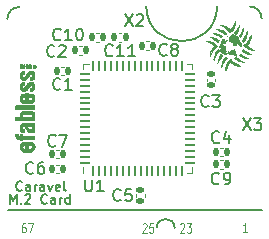
<source format=gto>
%TF.GenerationSoftware,KiCad,Pcbnew,8.0.8*%
%TF.CreationDate,2025-02-15T11:44:30-05:00*%
%TF.ProjectId,caravel-M.2-card-QFN,63617261-7665-46c2-9d4d-2e322d636172,1*%
%TF.SameCoordinates,Original*%
%TF.FileFunction,Legend,Top*%
%TF.FilePolarity,Positive*%
%FSLAX46Y46*%
G04 Gerber Fmt 4.6, Leading zero omitted, Abs format (unit mm)*
G04 Created by KiCad (PCBNEW 8.0.8) date 2025-02-15 11:44:30*
%MOMM*%
%LPD*%
G01*
G04 APERTURE LIST*
G04 Aperture macros list*
%AMRoundRect*
0 Rectangle with rounded corners*
0 $1 Rounding radius*
0 $2 $3 $4 $5 $6 $7 $8 $9 X,Y pos of 4 corners*
0 Add a 4 corners polygon primitive as box body*
4,1,4,$2,$3,$4,$5,$6,$7,$8,$9,$2,$3,0*
0 Add four circle primitives for the rounded corners*
1,1,$1+$1,$2,$3*
1,1,$1+$1,$4,$5*
1,1,$1+$1,$6,$7*
1,1,$1+$1,$8,$9*
0 Add four rect primitives between the rounded corners*
20,1,$1+$1,$2,$3,$4,$5,0*
20,1,$1+$1,$4,$5,$6,$7,0*
20,1,$1+$1,$6,$7,$8,$9,0*
20,1,$1+$1,$8,$9,$2,$3,0*%
G04 Aperture macros list end*
%ADD10C,0.150000*%
%ADD11C,0.100000*%
%ADD12C,0.120000*%
%ADD13C,0.010000*%
%ADD14RoundRect,0.140000X-0.140000X-0.170000X0.140000X-0.170000X0.140000X0.170000X-0.140000X0.170000X0*%
%ADD15RoundRect,0.140000X0.140000X0.170000X-0.140000X0.170000X-0.140000X-0.170000X0.140000X-0.170000X0*%
%ADD16RoundRect,0.140000X-0.170000X0.140000X-0.170000X-0.140000X0.170000X-0.140000X0.170000X0.140000X0*%
%ADD17RoundRect,0.062500X0.062500X-0.362500X0.062500X0.362500X-0.062500X0.362500X-0.062500X-0.362500X0*%
%ADD18RoundRect,0.062500X0.362500X-0.062500X0.362500X0.062500X-0.362500X0.062500X-0.362500X-0.062500X0*%
%ADD19R,7.650000X7.650000*%
%ADD20RoundRect,0.140000X0.170000X-0.140000X0.170000X0.140000X-0.170000X0.140000X-0.170000X-0.140000X0*%
%ADD21R,0.350000X1.450000*%
%ADD22C,5.703200*%
%ADD23C,1.500000*%
%ADD24R,0.600000X1.100000*%
G04 APERTURE END LIST*
D10*
X62934443Y-37455344D02*
X62934443Y-36655344D01*
X62934443Y-36655344D02*
X63201109Y-37226772D01*
X63201109Y-37226772D02*
X63467776Y-36655344D01*
X63467776Y-36655344D02*
X63467776Y-37455344D01*
X63848729Y-37379153D02*
X63886824Y-37417249D01*
X63886824Y-37417249D02*
X63848729Y-37455344D01*
X63848729Y-37455344D02*
X63810633Y-37417249D01*
X63810633Y-37417249D02*
X63848729Y-37379153D01*
X63848729Y-37379153D02*
X63848729Y-37455344D01*
X64191585Y-36731534D02*
X64229681Y-36693439D01*
X64229681Y-36693439D02*
X64305871Y-36655344D01*
X64305871Y-36655344D02*
X64496347Y-36655344D01*
X64496347Y-36655344D02*
X64572538Y-36693439D01*
X64572538Y-36693439D02*
X64610633Y-36731534D01*
X64610633Y-36731534D02*
X64648728Y-36807725D01*
X64648728Y-36807725D02*
X64648728Y-36883915D01*
X64648728Y-36883915D02*
X64610633Y-36998201D01*
X64610633Y-36998201D02*
X64153490Y-37455344D01*
X64153490Y-37455344D02*
X64648728Y-37455344D01*
X66058253Y-37379153D02*
X66020157Y-37417249D01*
X66020157Y-37417249D02*
X65905872Y-37455344D01*
X65905872Y-37455344D02*
X65829681Y-37455344D01*
X65829681Y-37455344D02*
X65715395Y-37417249D01*
X65715395Y-37417249D02*
X65639205Y-37341058D01*
X65639205Y-37341058D02*
X65601110Y-37264868D01*
X65601110Y-37264868D02*
X65563014Y-37112487D01*
X65563014Y-37112487D02*
X65563014Y-36998201D01*
X65563014Y-36998201D02*
X65601110Y-36845820D01*
X65601110Y-36845820D02*
X65639205Y-36769629D01*
X65639205Y-36769629D02*
X65715395Y-36693439D01*
X65715395Y-36693439D02*
X65829681Y-36655344D01*
X65829681Y-36655344D02*
X65905872Y-36655344D01*
X65905872Y-36655344D02*
X66020157Y-36693439D01*
X66020157Y-36693439D02*
X66058253Y-36731534D01*
X66743967Y-37455344D02*
X66743967Y-37036296D01*
X66743967Y-37036296D02*
X66705872Y-36960106D01*
X66705872Y-36960106D02*
X66629681Y-36922010D01*
X66629681Y-36922010D02*
X66477300Y-36922010D01*
X66477300Y-36922010D02*
X66401110Y-36960106D01*
X66743967Y-37417249D02*
X66667776Y-37455344D01*
X66667776Y-37455344D02*
X66477300Y-37455344D01*
X66477300Y-37455344D02*
X66401110Y-37417249D01*
X66401110Y-37417249D02*
X66363014Y-37341058D01*
X66363014Y-37341058D02*
X66363014Y-37264868D01*
X66363014Y-37264868D02*
X66401110Y-37188677D01*
X66401110Y-37188677D02*
X66477300Y-37150582D01*
X66477300Y-37150582D02*
X66667776Y-37150582D01*
X66667776Y-37150582D02*
X66743967Y-37112487D01*
X67124920Y-37455344D02*
X67124920Y-36922010D01*
X67124920Y-37074391D02*
X67163015Y-36998201D01*
X67163015Y-36998201D02*
X67201110Y-36960106D01*
X67201110Y-36960106D02*
X67277301Y-36922010D01*
X67277301Y-36922010D02*
X67353491Y-36922010D01*
X67963015Y-37455344D02*
X67963015Y-36655344D01*
X67963015Y-37417249D02*
X67886824Y-37455344D01*
X67886824Y-37455344D02*
X67734443Y-37455344D01*
X67734443Y-37455344D02*
X67658253Y-37417249D01*
X67658253Y-37417249D02*
X67620158Y-37379153D01*
X67620158Y-37379153D02*
X67582062Y-37302963D01*
X67582062Y-37302963D02*
X67582062Y-37074391D01*
X67582062Y-37074391D02*
X67620158Y-36998201D01*
X67620158Y-36998201D02*
X67658253Y-36960106D01*
X67658253Y-36960106D02*
X67734443Y-36922010D01*
X67734443Y-36922010D02*
X67886824Y-36922010D01*
X67886824Y-36922010D02*
X67963015Y-36960106D01*
X63927776Y-36279153D02*
X63889680Y-36317249D01*
X63889680Y-36317249D02*
X63775395Y-36355344D01*
X63775395Y-36355344D02*
X63699204Y-36355344D01*
X63699204Y-36355344D02*
X63584918Y-36317249D01*
X63584918Y-36317249D02*
X63508728Y-36241058D01*
X63508728Y-36241058D02*
X63470633Y-36164868D01*
X63470633Y-36164868D02*
X63432537Y-36012487D01*
X63432537Y-36012487D02*
X63432537Y-35898201D01*
X63432537Y-35898201D02*
X63470633Y-35745820D01*
X63470633Y-35745820D02*
X63508728Y-35669629D01*
X63508728Y-35669629D02*
X63584918Y-35593439D01*
X63584918Y-35593439D02*
X63699204Y-35555344D01*
X63699204Y-35555344D02*
X63775395Y-35555344D01*
X63775395Y-35555344D02*
X63889680Y-35593439D01*
X63889680Y-35593439D02*
X63927776Y-35631534D01*
X64613490Y-36355344D02*
X64613490Y-35936296D01*
X64613490Y-35936296D02*
X64575395Y-35860106D01*
X64575395Y-35860106D02*
X64499204Y-35822010D01*
X64499204Y-35822010D02*
X64346823Y-35822010D01*
X64346823Y-35822010D02*
X64270633Y-35860106D01*
X64613490Y-36317249D02*
X64537299Y-36355344D01*
X64537299Y-36355344D02*
X64346823Y-36355344D01*
X64346823Y-36355344D02*
X64270633Y-36317249D01*
X64270633Y-36317249D02*
X64232537Y-36241058D01*
X64232537Y-36241058D02*
X64232537Y-36164868D01*
X64232537Y-36164868D02*
X64270633Y-36088677D01*
X64270633Y-36088677D02*
X64346823Y-36050582D01*
X64346823Y-36050582D02*
X64537299Y-36050582D01*
X64537299Y-36050582D02*
X64613490Y-36012487D01*
X64994443Y-36355344D02*
X64994443Y-35822010D01*
X64994443Y-35974391D02*
X65032538Y-35898201D01*
X65032538Y-35898201D02*
X65070633Y-35860106D01*
X65070633Y-35860106D02*
X65146824Y-35822010D01*
X65146824Y-35822010D02*
X65223014Y-35822010D01*
X65832538Y-36355344D02*
X65832538Y-35936296D01*
X65832538Y-35936296D02*
X65794443Y-35860106D01*
X65794443Y-35860106D02*
X65718252Y-35822010D01*
X65718252Y-35822010D02*
X65565871Y-35822010D01*
X65565871Y-35822010D02*
X65489681Y-35860106D01*
X65832538Y-36317249D02*
X65756347Y-36355344D01*
X65756347Y-36355344D02*
X65565871Y-36355344D01*
X65565871Y-36355344D02*
X65489681Y-36317249D01*
X65489681Y-36317249D02*
X65451585Y-36241058D01*
X65451585Y-36241058D02*
X65451585Y-36164868D01*
X65451585Y-36164868D02*
X65489681Y-36088677D01*
X65489681Y-36088677D02*
X65565871Y-36050582D01*
X65565871Y-36050582D02*
X65756347Y-36050582D01*
X65756347Y-36050582D02*
X65832538Y-36012487D01*
X66137300Y-35822010D02*
X66327776Y-36355344D01*
X66327776Y-36355344D02*
X66518253Y-35822010D01*
X67127777Y-36317249D02*
X67051586Y-36355344D01*
X67051586Y-36355344D02*
X66899205Y-36355344D01*
X66899205Y-36355344D02*
X66823015Y-36317249D01*
X66823015Y-36317249D02*
X66784919Y-36241058D01*
X66784919Y-36241058D02*
X66784919Y-35936296D01*
X66784919Y-35936296D02*
X66823015Y-35860106D01*
X66823015Y-35860106D02*
X66899205Y-35822010D01*
X66899205Y-35822010D02*
X67051586Y-35822010D01*
X67051586Y-35822010D02*
X67127777Y-35860106D01*
X67127777Y-35860106D02*
X67165872Y-35936296D01*
X67165872Y-35936296D02*
X67165872Y-36012487D01*
X67165872Y-36012487D02*
X66784919Y-36088677D01*
X67623014Y-36355344D02*
X67546824Y-36317249D01*
X67546824Y-36317249D02*
X67508729Y-36241058D01*
X67508729Y-36241058D02*
X67508729Y-35555344D01*
X76172062Y-24812629D02*
X76124443Y-24860249D01*
X76124443Y-24860249D02*
X75981586Y-24907868D01*
X75981586Y-24907868D02*
X75886348Y-24907868D01*
X75886348Y-24907868D02*
X75743491Y-24860249D01*
X75743491Y-24860249D02*
X75648253Y-24765010D01*
X75648253Y-24765010D02*
X75600634Y-24669772D01*
X75600634Y-24669772D02*
X75553015Y-24479296D01*
X75553015Y-24479296D02*
X75553015Y-24336439D01*
X75553015Y-24336439D02*
X75600634Y-24145963D01*
X75600634Y-24145963D02*
X75648253Y-24050725D01*
X75648253Y-24050725D02*
X75743491Y-23955487D01*
X75743491Y-23955487D02*
X75886348Y-23907868D01*
X75886348Y-23907868D02*
X75981586Y-23907868D01*
X75981586Y-23907868D02*
X76124443Y-23955487D01*
X76124443Y-23955487D02*
X76172062Y-24003106D01*
X76743491Y-24336439D02*
X76648253Y-24288820D01*
X76648253Y-24288820D02*
X76600634Y-24241201D01*
X76600634Y-24241201D02*
X76553015Y-24145963D01*
X76553015Y-24145963D02*
X76553015Y-24098344D01*
X76553015Y-24098344D02*
X76600634Y-24003106D01*
X76600634Y-24003106D02*
X76648253Y-23955487D01*
X76648253Y-23955487D02*
X76743491Y-23907868D01*
X76743491Y-23907868D02*
X76933967Y-23907868D01*
X76933967Y-23907868D02*
X77029205Y-23955487D01*
X77029205Y-23955487D02*
X77076824Y-24003106D01*
X77076824Y-24003106D02*
X77124443Y-24098344D01*
X77124443Y-24098344D02*
X77124443Y-24145963D01*
X77124443Y-24145963D02*
X77076824Y-24241201D01*
X77076824Y-24241201D02*
X77029205Y-24288820D01*
X77029205Y-24288820D02*
X76933967Y-24336439D01*
X76933967Y-24336439D02*
X76743491Y-24336439D01*
X76743491Y-24336439D02*
X76648253Y-24384058D01*
X76648253Y-24384058D02*
X76600634Y-24431677D01*
X76600634Y-24431677D02*
X76553015Y-24526915D01*
X76553015Y-24526915D02*
X76553015Y-24717391D01*
X76553015Y-24717391D02*
X76600634Y-24812629D01*
X76600634Y-24812629D02*
X76648253Y-24860249D01*
X76648253Y-24860249D02*
X76743491Y-24907868D01*
X76743491Y-24907868D02*
X76933967Y-24907868D01*
X76933967Y-24907868D02*
X77029205Y-24860249D01*
X77029205Y-24860249D02*
X77076824Y-24812629D01*
X77076824Y-24812629D02*
X77124443Y-24717391D01*
X77124443Y-24717391D02*
X77124443Y-24526915D01*
X77124443Y-24526915D02*
X77076824Y-24431677D01*
X77076824Y-24431677D02*
X77029205Y-24384058D01*
X77029205Y-24384058D02*
X76933967Y-24336439D01*
X80612062Y-35712629D02*
X80564443Y-35760249D01*
X80564443Y-35760249D02*
X80421586Y-35807868D01*
X80421586Y-35807868D02*
X80326348Y-35807868D01*
X80326348Y-35807868D02*
X80183491Y-35760249D01*
X80183491Y-35760249D02*
X80088253Y-35665010D01*
X80088253Y-35665010D02*
X80040634Y-35569772D01*
X80040634Y-35569772D02*
X79993015Y-35379296D01*
X79993015Y-35379296D02*
X79993015Y-35236439D01*
X79993015Y-35236439D02*
X80040634Y-35045963D01*
X80040634Y-35045963D02*
X80088253Y-34950725D01*
X80088253Y-34950725D02*
X80183491Y-34855487D01*
X80183491Y-34855487D02*
X80326348Y-34807868D01*
X80326348Y-34807868D02*
X80421586Y-34807868D01*
X80421586Y-34807868D02*
X80564443Y-34855487D01*
X80564443Y-34855487D02*
X80612062Y-34903106D01*
X81088253Y-35807868D02*
X81278729Y-35807868D01*
X81278729Y-35807868D02*
X81373967Y-35760249D01*
X81373967Y-35760249D02*
X81421586Y-35712629D01*
X81421586Y-35712629D02*
X81516824Y-35569772D01*
X81516824Y-35569772D02*
X81564443Y-35379296D01*
X81564443Y-35379296D02*
X81564443Y-34998344D01*
X81564443Y-34998344D02*
X81516824Y-34903106D01*
X81516824Y-34903106D02*
X81469205Y-34855487D01*
X81469205Y-34855487D02*
X81373967Y-34807868D01*
X81373967Y-34807868D02*
X81183491Y-34807868D01*
X81183491Y-34807868D02*
X81088253Y-34855487D01*
X81088253Y-34855487D02*
X81040634Y-34903106D01*
X81040634Y-34903106D02*
X80993015Y-34998344D01*
X80993015Y-34998344D02*
X80993015Y-35236439D01*
X80993015Y-35236439D02*
X81040634Y-35331677D01*
X81040634Y-35331677D02*
X81088253Y-35379296D01*
X81088253Y-35379296D02*
X81183491Y-35426915D01*
X81183491Y-35426915D02*
X81373967Y-35426915D01*
X81373967Y-35426915D02*
X81469205Y-35379296D01*
X81469205Y-35379296D02*
X81516824Y-35331677D01*
X81516824Y-35331677D02*
X81564443Y-35236439D01*
X64872062Y-34812629D02*
X64824443Y-34860249D01*
X64824443Y-34860249D02*
X64681586Y-34907868D01*
X64681586Y-34907868D02*
X64586348Y-34907868D01*
X64586348Y-34907868D02*
X64443491Y-34860249D01*
X64443491Y-34860249D02*
X64348253Y-34765010D01*
X64348253Y-34765010D02*
X64300634Y-34669772D01*
X64300634Y-34669772D02*
X64253015Y-34479296D01*
X64253015Y-34479296D02*
X64253015Y-34336439D01*
X64253015Y-34336439D02*
X64300634Y-34145963D01*
X64300634Y-34145963D02*
X64348253Y-34050725D01*
X64348253Y-34050725D02*
X64443491Y-33955487D01*
X64443491Y-33955487D02*
X64586348Y-33907868D01*
X64586348Y-33907868D02*
X64681586Y-33907868D01*
X64681586Y-33907868D02*
X64824443Y-33955487D01*
X64824443Y-33955487D02*
X64872062Y-34003106D01*
X65729205Y-33907868D02*
X65538729Y-33907868D01*
X65538729Y-33907868D02*
X65443491Y-33955487D01*
X65443491Y-33955487D02*
X65395872Y-34003106D01*
X65395872Y-34003106D02*
X65300634Y-34145963D01*
X65300634Y-34145963D02*
X65253015Y-34336439D01*
X65253015Y-34336439D02*
X65253015Y-34717391D01*
X65253015Y-34717391D02*
X65300634Y-34812629D01*
X65300634Y-34812629D02*
X65348253Y-34860249D01*
X65348253Y-34860249D02*
X65443491Y-34907868D01*
X65443491Y-34907868D02*
X65633967Y-34907868D01*
X65633967Y-34907868D02*
X65729205Y-34860249D01*
X65729205Y-34860249D02*
X65776824Y-34812629D01*
X65776824Y-34812629D02*
X65824443Y-34717391D01*
X65824443Y-34717391D02*
X65824443Y-34479296D01*
X65824443Y-34479296D02*
X65776824Y-34384058D01*
X65776824Y-34384058D02*
X65729205Y-34336439D01*
X65729205Y-34336439D02*
X65633967Y-34288820D01*
X65633967Y-34288820D02*
X65443491Y-34288820D01*
X65443491Y-34288820D02*
X65348253Y-34336439D01*
X65348253Y-34336439D02*
X65300634Y-34384058D01*
X65300634Y-34384058D02*
X65253015Y-34479296D01*
X67172062Y-27712629D02*
X67124443Y-27760249D01*
X67124443Y-27760249D02*
X66981586Y-27807868D01*
X66981586Y-27807868D02*
X66886348Y-27807868D01*
X66886348Y-27807868D02*
X66743491Y-27760249D01*
X66743491Y-27760249D02*
X66648253Y-27665010D01*
X66648253Y-27665010D02*
X66600634Y-27569772D01*
X66600634Y-27569772D02*
X66553015Y-27379296D01*
X66553015Y-27379296D02*
X66553015Y-27236439D01*
X66553015Y-27236439D02*
X66600634Y-27045963D01*
X66600634Y-27045963D02*
X66648253Y-26950725D01*
X66648253Y-26950725D02*
X66743491Y-26855487D01*
X66743491Y-26855487D02*
X66886348Y-26807868D01*
X66886348Y-26807868D02*
X66981586Y-26807868D01*
X66981586Y-26807868D02*
X67124443Y-26855487D01*
X67124443Y-26855487D02*
X67172062Y-26903106D01*
X68124443Y-27807868D02*
X67553015Y-27807868D01*
X67838729Y-27807868D02*
X67838729Y-26807868D01*
X67838729Y-26807868D02*
X67743491Y-26950725D01*
X67743491Y-26950725D02*
X67648253Y-27045963D01*
X67648253Y-27045963D02*
X67553015Y-27093582D01*
X66672062Y-24912629D02*
X66624443Y-24960249D01*
X66624443Y-24960249D02*
X66481586Y-25007868D01*
X66481586Y-25007868D02*
X66386348Y-25007868D01*
X66386348Y-25007868D02*
X66243491Y-24960249D01*
X66243491Y-24960249D02*
X66148253Y-24865010D01*
X66148253Y-24865010D02*
X66100634Y-24769772D01*
X66100634Y-24769772D02*
X66053015Y-24579296D01*
X66053015Y-24579296D02*
X66053015Y-24436439D01*
X66053015Y-24436439D02*
X66100634Y-24245963D01*
X66100634Y-24245963D02*
X66148253Y-24150725D01*
X66148253Y-24150725D02*
X66243491Y-24055487D01*
X66243491Y-24055487D02*
X66386348Y-24007868D01*
X66386348Y-24007868D02*
X66481586Y-24007868D01*
X66481586Y-24007868D02*
X66624443Y-24055487D01*
X66624443Y-24055487D02*
X66672062Y-24103106D01*
X67053015Y-24103106D02*
X67100634Y-24055487D01*
X67100634Y-24055487D02*
X67195872Y-24007868D01*
X67195872Y-24007868D02*
X67433967Y-24007868D01*
X67433967Y-24007868D02*
X67529205Y-24055487D01*
X67529205Y-24055487D02*
X67576824Y-24103106D01*
X67576824Y-24103106D02*
X67624443Y-24198344D01*
X67624443Y-24198344D02*
X67624443Y-24293582D01*
X67624443Y-24293582D02*
X67576824Y-24436439D01*
X67576824Y-24436439D02*
X67005396Y-25007868D01*
X67005396Y-25007868D02*
X67624443Y-25007868D01*
X71595871Y-24862629D02*
X71548252Y-24910249D01*
X71548252Y-24910249D02*
X71405395Y-24957868D01*
X71405395Y-24957868D02*
X71310157Y-24957868D01*
X71310157Y-24957868D02*
X71167300Y-24910249D01*
X71167300Y-24910249D02*
X71072062Y-24815010D01*
X71072062Y-24815010D02*
X71024443Y-24719772D01*
X71024443Y-24719772D02*
X70976824Y-24529296D01*
X70976824Y-24529296D02*
X70976824Y-24386439D01*
X70976824Y-24386439D02*
X71024443Y-24195963D01*
X71024443Y-24195963D02*
X71072062Y-24100725D01*
X71072062Y-24100725D02*
X71167300Y-24005487D01*
X71167300Y-24005487D02*
X71310157Y-23957868D01*
X71310157Y-23957868D02*
X71405395Y-23957868D01*
X71405395Y-23957868D02*
X71548252Y-24005487D01*
X71548252Y-24005487D02*
X71595871Y-24053106D01*
X72548252Y-24957868D02*
X71976824Y-24957868D01*
X72262538Y-24957868D02*
X72262538Y-23957868D01*
X72262538Y-23957868D02*
X72167300Y-24100725D01*
X72167300Y-24100725D02*
X72072062Y-24195963D01*
X72072062Y-24195963D02*
X71976824Y-24243582D01*
X73500633Y-24957868D02*
X72929205Y-24957868D01*
X73214919Y-24957868D02*
X73214919Y-23957868D01*
X73214919Y-23957868D02*
X73119681Y-24100725D01*
X73119681Y-24100725D02*
X73024443Y-24195963D01*
X73024443Y-24195963D02*
X72929205Y-24243582D01*
X66772062Y-32512629D02*
X66724443Y-32560249D01*
X66724443Y-32560249D02*
X66581586Y-32607868D01*
X66581586Y-32607868D02*
X66486348Y-32607868D01*
X66486348Y-32607868D02*
X66343491Y-32560249D01*
X66343491Y-32560249D02*
X66248253Y-32465010D01*
X66248253Y-32465010D02*
X66200634Y-32369772D01*
X66200634Y-32369772D02*
X66153015Y-32179296D01*
X66153015Y-32179296D02*
X66153015Y-32036439D01*
X66153015Y-32036439D02*
X66200634Y-31845963D01*
X66200634Y-31845963D02*
X66248253Y-31750725D01*
X66248253Y-31750725D02*
X66343491Y-31655487D01*
X66343491Y-31655487D02*
X66486348Y-31607868D01*
X66486348Y-31607868D02*
X66581586Y-31607868D01*
X66581586Y-31607868D02*
X66724443Y-31655487D01*
X66724443Y-31655487D02*
X66772062Y-31703106D01*
X67105396Y-31607868D02*
X67772062Y-31607868D01*
X67772062Y-31607868D02*
X67343491Y-32607868D01*
X79722062Y-29162629D02*
X79674443Y-29210249D01*
X79674443Y-29210249D02*
X79531586Y-29257868D01*
X79531586Y-29257868D02*
X79436348Y-29257868D01*
X79436348Y-29257868D02*
X79293491Y-29210249D01*
X79293491Y-29210249D02*
X79198253Y-29115010D01*
X79198253Y-29115010D02*
X79150634Y-29019772D01*
X79150634Y-29019772D02*
X79103015Y-28829296D01*
X79103015Y-28829296D02*
X79103015Y-28686439D01*
X79103015Y-28686439D02*
X79150634Y-28495963D01*
X79150634Y-28495963D02*
X79198253Y-28400725D01*
X79198253Y-28400725D02*
X79293491Y-28305487D01*
X79293491Y-28305487D02*
X79436348Y-28257868D01*
X79436348Y-28257868D02*
X79531586Y-28257868D01*
X79531586Y-28257868D02*
X79674443Y-28305487D01*
X79674443Y-28305487D02*
X79722062Y-28353106D01*
X80055396Y-28257868D02*
X80674443Y-28257868D01*
X80674443Y-28257868D02*
X80341110Y-28638820D01*
X80341110Y-28638820D02*
X80483967Y-28638820D01*
X80483967Y-28638820D02*
X80579205Y-28686439D01*
X80579205Y-28686439D02*
X80626824Y-28734058D01*
X80626824Y-28734058D02*
X80674443Y-28829296D01*
X80674443Y-28829296D02*
X80674443Y-29067391D01*
X80674443Y-29067391D02*
X80626824Y-29162629D01*
X80626824Y-29162629D02*
X80579205Y-29210249D01*
X80579205Y-29210249D02*
X80483967Y-29257868D01*
X80483967Y-29257868D02*
X80198253Y-29257868D01*
X80198253Y-29257868D02*
X80103015Y-29210249D01*
X80103015Y-29210249D02*
X80055396Y-29162629D01*
X69276824Y-35407868D02*
X69276824Y-36217391D01*
X69276824Y-36217391D02*
X69324443Y-36312629D01*
X69324443Y-36312629D02*
X69372062Y-36360249D01*
X69372062Y-36360249D02*
X69467300Y-36407868D01*
X69467300Y-36407868D02*
X69657776Y-36407868D01*
X69657776Y-36407868D02*
X69753014Y-36360249D01*
X69753014Y-36360249D02*
X69800633Y-36312629D01*
X69800633Y-36312629D02*
X69848252Y-36217391D01*
X69848252Y-36217391D02*
X69848252Y-35407868D01*
X70848252Y-36407868D02*
X70276824Y-36407868D01*
X70562538Y-36407868D02*
X70562538Y-35407868D01*
X70562538Y-35407868D02*
X70467300Y-35550725D01*
X70467300Y-35550725D02*
X70372062Y-35645963D01*
X70372062Y-35645963D02*
X70276824Y-35693582D01*
X72272062Y-37112629D02*
X72224443Y-37160249D01*
X72224443Y-37160249D02*
X72081586Y-37207868D01*
X72081586Y-37207868D02*
X71986348Y-37207868D01*
X71986348Y-37207868D02*
X71843491Y-37160249D01*
X71843491Y-37160249D02*
X71748253Y-37065010D01*
X71748253Y-37065010D02*
X71700634Y-36969772D01*
X71700634Y-36969772D02*
X71653015Y-36779296D01*
X71653015Y-36779296D02*
X71653015Y-36636439D01*
X71653015Y-36636439D02*
X71700634Y-36445963D01*
X71700634Y-36445963D02*
X71748253Y-36350725D01*
X71748253Y-36350725D02*
X71843491Y-36255487D01*
X71843491Y-36255487D02*
X71986348Y-36207868D01*
X71986348Y-36207868D02*
X72081586Y-36207868D01*
X72081586Y-36207868D02*
X72224443Y-36255487D01*
X72224443Y-36255487D02*
X72272062Y-36303106D01*
X73176824Y-36207868D02*
X72700634Y-36207868D01*
X72700634Y-36207868D02*
X72653015Y-36684058D01*
X72653015Y-36684058D02*
X72700634Y-36636439D01*
X72700634Y-36636439D02*
X72795872Y-36588820D01*
X72795872Y-36588820D02*
X73033967Y-36588820D01*
X73033967Y-36588820D02*
X73129205Y-36636439D01*
X73129205Y-36636439D02*
X73176824Y-36684058D01*
X73176824Y-36684058D02*
X73224443Y-36779296D01*
X73224443Y-36779296D02*
X73224443Y-37017391D01*
X73224443Y-37017391D02*
X73176824Y-37112629D01*
X73176824Y-37112629D02*
X73129205Y-37160249D01*
X73129205Y-37160249D02*
X73033967Y-37207868D01*
X73033967Y-37207868D02*
X72795872Y-37207868D01*
X72795872Y-37207868D02*
X72700634Y-37160249D01*
X72700634Y-37160249D02*
X72653015Y-37112629D01*
D11*
X77340074Y-39173085D02*
X77368646Y-39134990D01*
X77368646Y-39134990D02*
X77425789Y-39096895D01*
X77425789Y-39096895D02*
X77568646Y-39096895D01*
X77568646Y-39096895D02*
X77625789Y-39134990D01*
X77625789Y-39134990D02*
X77654360Y-39173085D01*
X77654360Y-39173085D02*
X77682931Y-39249276D01*
X77682931Y-39249276D02*
X77682931Y-39325466D01*
X77682931Y-39325466D02*
X77654360Y-39439752D01*
X77654360Y-39439752D02*
X77311503Y-39896895D01*
X77311503Y-39896895D02*
X77682931Y-39896895D01*
X77882932Y-39096895D02*
X78254360Y-39096895D01*
X78254360Y-39096895D02*
X78054360Y-39401657D01*
X78054360Y-39401657D02*
X78140075Y-39401657D01*
X78140075Y-39401657D02*
X78197218Y-39439752D01*
X78197218Y-39439752D02*
X78225789Y-39477847D01*
X78225789Y-39477847D02*
X78254360Y-39554038D01*
X78254360Y-39554038D02*
X78254360Y-39744514D01*
X78254360Y-39744514D02*
X78225789Y-39820704D01*
X78225789Y-39820704D02*
X78197218Y-39858800D01*
X78197218Y-39858800D02*
X78140075Y-39896895D01*
X78140075Y-39896895D02*
X77968646Y-39896895D01*
X77968646Y-39896895D02*
X77911503Y-39858800D01*
X77911503Y-39858800D02*
X77882932Y-39820704D01*
X74150074Y-39173085D02*
X74178646Y-39134990D01*
X74178646Y-39134990D02*
X74235789Y-39096895D01*
X74235789Y-39096895D02*
X74378646Y-39096895D01*
X74378646Y-39096895D02*
X74435789Y-39134990D01*
X74435789Y-39134990D02*
X74464360Y-39173085D01*
X74464360Y-39173085D02*
X74492931Y-39249276D01*
X74492931Y-39249276D02*
X74492931Y-39325466D01*
X74492931Y-39325466D02*
X74464360Y-39439752D01*
X74464360Y-39439752D02*
X74121503Y-39896895D01*
X74121503Y-39896895D02*
X74492931Y-39896895D01*
X75035789Y-39096895D02*
X74750075Y-39096895D01*
X74750075Y-39096895D02*
X74721503Y-39477847D01*
X74721503Y-39477847D02*
X74750075Y-39439752D01*
X74750075Y-39439752D02*
X74807218Y-39401657D01*
X74807218Y-39401657D02*
X74950075Y-39401657D01*
X74950075Y-39401657D02*
X75007218Y-39439752D01*
X75007218Y-39439752D02*
X75035789Y-39477847D01*
X75035789Y-39477847D02*
X75064360Y-39554038D01*
X75064360Y-39554038D02*
X75064360Y-39744514D01*
X75064360Y-39744514D02*
X75035789Y-39820704D01*
X75035789Y-39820704D02*
X75007218Y-39858800D01*
X75007218Y-39858800D02*
X74950075Y-39896895D01*
X74950075Y-39896895D02*
X74807218Y-39896895D01*
X74807218Y-39896895D02*
X74750075Y-39858800D01*
X74750075Y-39858800D02*
X74721503Y-39820704D01*
X83012931Y-39846895D02*
X82670074Y-39846895D01*
X82841503Y-39846895D02*
X82841503Y-39046895D01*
X82841503Y-39046895D02*
X82784360Y-39161180D01*
X82784360Y-39161180D02*
X82727217Y-39237371D01*
X82727217Y-39237371D02*
X82670074Y-39275466D01*
X64195789Y-39076895D02*
X64081503Y-39076895D01*
X64081503Y-39076895D02*
X64024360Y-39114990D01*
X64024360Y-39114990D02*
X63995789Y-39153085D01*
X63995789Y-39153085D02*
X63938646Y-39267371D01*
X63938646Y-39267371D02*
X63910074Y-39419752D01*
X63910074Y-39419752D02*
X63910074Y-39724514D01*
X63910074Y-39724514D02*
X63938646Y-39800704D01*
X63938646Y-39800704D02*
X63967217Y-39838800D01*
X63967217Y-39838800D02*
X64024360Y-39876895D01*
X64024360Y-39876895D02*
X64138646Y-39876895D01*
X64138646Y-39876895D02*
X64195789Y-39838800D01*
X64195789Y-39838800D02*
X64224360Y-39800704D01*
X64224360Y-39800704D02*
X64252931Y-39724514D01*
X64252931Y-39724514D02*
X64252931Y-39534038D01*
X64252931Y-39534038D02*
X64224360Y-39457847D01*
X64224360Y-39457847D02*
X64195789Y-39419752D01*
X64195789Y-39419752D02*
X64138646Y-39381657D01*
X64138646Y-39381657D02*
X64024360Y-39381657D01*
X64024360Y-39381657D02*
X63967217Y-39419752D01*
X63967217Y-39419752D02*
X63938646Y-39457847D01*
X63938646Y-39457847D02*
X63910074Y-39534038D01*
X64452932Y-39076895D02*
X64852932Y-39076895D01*
X64852932Y-39076895D02*
X64595789Y-39876895D01*
D10*
X67195871Y-23512629D02*
X67148252Y-23560249D01*
X67148252Y-23560249D02*
X67005395Y-23607868D01*
X67005395Y-23607868D02*
X66910157Y-23607868D01*
X66910157Y-23607868D02*
X66767300Y-23560249D01*
X66767300Y-23560249D02*
X66672062Y-23465010D01*
X66672062Y-23465010D02*
X66624443Y-23369772D01*
X66624443Y-23369772D02*
X66576824Y-23179296D01*
X66576824Y-23179296D02*
X66576824Y-23036439D01*
X66576824Y-23036439D02*
X66624443Y-22845963D01*
X66624443Y-22845963D02*
X66672062Y-22750725D01*
X66672062Y-22750725D02*
X66767300Y-22655487D01*
X66767300Y-22655487D02*
X66910157Y-22607868D01*
X66910157Y-22607868D02*
X67005395Y-22607868D01*
X67005395Y-22607868D02*
X67148252Y-22655487D01*
X67148252Y-22655487D02*
X67195871Y-22703106D01*
X68148252Y-23607868D02*
X67576824Y-23607868D01*
X67862538Y-23607868D02*
X67862538Y-22607868D01*
X67862538Y-22607868D02*
X67767300Y-22750725D01*
X67767300Y-22750725D02*
X67672062Y-22845963D01*
X67672062Y-22845963D02*
X67576824Y-22893582D01*
X68767300Y-22607868D02*
X68862538Y-22607868D01*
X68862538Y-22607868D02*
X68957776Y-22655487D01*
X68957776Y-22655487D02*
X69005395Y-22703106D01*
X69005395Y-22703106D02*
X69053014Y-22798344D01*
X69053014Y-22798344D02*
X69100633Y-22988820D01*
X69100633Y-22988820D02*
X69100633Y-23226915D01*
X69100633Y-23226915D02*
X69053014Y-23417391D01*
X69053014Y-23417391D02*
X69005395Y-23512629D01*
X69005395Y-23512629D02*
X68957776Y-23560249D01*
X68957776Y-23560249D02*
X68862538Y-23607868D01*
X68862538Y-23607868D02*
X68767300Y-23607868D01*
X68767300Y-23607868D02*
X68672062Y-23560249D01*
X68672062Y-23560249D02*
X68624443Y-23512629D01*
X68624443Y-23512629D02*
X68576824Y-23417391D01*
X68576824Y-23417391D02*
X68529205Y-23226915D01*
X68529205Y-23226915D02*
X68529205Y-22988820D01*
X68529205Y-22988820D02*
X68576824Y-22798344D01*
X68576824Y-22798344D02*
X68624443Y-22703106D01*
X68624443Y-22703106D02*
X68672062Y-22655487D01*
X68672062Y-22655487D02*
X68767300Y-22607868D01*
X82629205Y-30207868D02*
X83295871Y-31207868D01*
X83295871Y-30207868D02*
X82629205Y-31207868D01*
X83581586Y-30207868D02*
X84200633Y-30207868D01*
X84200633Y-30207868D02*
X83867300Y-30588820D01*
X83867300Y-30588820D02*
X84010157Y-30588820D01*
X84010157Y-30588820D02*
X84105395Y-30636439D01*
X84105395Y-30636439D02*
X84153014Y-30684058D01*
X84153014Y-30684058D02*
X84200633Y-30779296D01*
X84200633Y-30779296D02*
X84200633Y-31017391D01*
X84200633Y-31017391D02*
X84153014Y-31112629D01*
X84153014Y-31112629D02*
X84105395Y-31160249D01*
X84105395Y-31160249D02*
X84010157Y-31207868D01*
X84010157Y-31207868D02*
X83724443Y-31207868D01*
X83724443Y-31207868D02*
X83629205Y-31160249D01*
X83629205Y-31160249D02*
X83581586Y-31112629D01*
X80622062Y-32212629D02*
X80574443Y-32260249D01*
X80574443Y-32260249D02*
X80431586Y-32307868D01*
X80431586Y-32307868D02*
X80336348Y-32307868D01*
X80336348Y-32307868D02*
X80193491Y-32260249D01*
X80193491Y-32260249D02*
X80098253Y-32165010D01*
X80098253Y-32165010D02*
X80050634Y-32069772D01*
X80050634Y-32069772D02*
X80003015Y-31879296D01*
X80003015Y-31879296D02*
X80003015Y-31736439D01*
X80003015Y-31736439D02*
X80050634Y-31545963D01*
X80050634Y-31545963D02*
X80098253Y-31450725D01*
X80098253Y-31450725D02*
X80193491Y-31355487D01*
X80193491Y-31355487D02*
X80336348Y-31307868D01*
X80336348Y-31307868D02*
X80431586Y-31307868D01*
X80431586Y-31307868D02*
X80574443Y-31355487D01*
X80574443Y-31355487D02*
X80622062Y-31403106D01*
X81479205Y-31641201D02*
X81479205Y-32307868D01*
X81241110Y-31260249D02*
X81003015Y-31974534D01*
X81003015Y-31974534D02*
X81622062Y-31974534D01*
X72629205Y-21407868D02*
X73295871Y-22407868D01*
X73295871Y-21407868D02*
X72629205Y-22407868D01*
X73629205Y-21503106D02*
X73676824Y-21455487D01*
X73676824Y-21455487D02*
X73772062Y-21407868D01*
X73772062Y-21407868D02*
X74010157Y-21407868D01*
X74010157Y-21407868D02*
X74105395Y-21455487D01*
X74105395Y-21455487D02*
X74153014Y-21503106D01*
X74153014Y-21503106D02*
X74200633Y-21598344D01*
X74200633Y-21598344D02*
X74200633Y-21693582D01*
X74200633Y-21693582D02*
X74153014Y-21836439D01*
X74153014Y-21836439D02*
X73581586Y-22407868D01*
X73581586Y-22407868D02*
X74200633Y-22407868D01*
D12*
X74430893Y-23693049D02*
X74646565Y-23693049D01*
X74430893Y-24413049D02*
X74646565Y-24413049D01*
X80916565Y-33753049D02*
X80700893Y-33753049D01*
X80916565Y-34473049D02*
X80700893Y-34473049D01*
X66840893Y-34123049D02*
X67056565Y-34123049D01*
X66840893Y-34843049D02*
X67056565Y-34843049D01*
X67230893Y-25863049D02*
X67446565Y-25863049D01*
X67230893Y-26583049D02*
X67446565Y-26583049D01*
X69002965Y-24093049D02*
X68787293Y-24093049D01*
X69002965Y-24813049D02*
X68787293Y-24813049D01*
X72346565Y-22993049D02*
X72130893Y-22993049D01*
X72346565Y-23713049D02*
X72130893Y-23713049D01*
D13*
X81320007Y-23234605D02*
X81322540Y-23259725D01*
X81320007Y-23262827D01*
X81307423Y-23259921D01*
X81305896Y-23248716D01*
X81313640Y-23231293D01*
X81320007Y-23234605D01*
G36*
X81320007Y-23234605D02*
G01*
X81322540Y-23259725D01*
X81320007Y-23262827D01*
X81307423Y-23259921D01*
X81305896Y-23248716D01*
X81313640Y-23231293D01*
X81320007Y-23234605D01*
G37*
X81258568Y-23619547D02*
X81237209Y-23643983D01*
X81217388Y-23650883D01*
X81208856Y-23638789D01*
X81221654Y-23618621D01*
X81247536Y-23596432D01*
X81258115Y-23596046D01*
X81258568Y-23619547D01*
G36*
X81258568Y-23619547D02*
G01*
X81237209Y-23643983D01*
X81217388Y-23650883D01*
X81208856Y-23638789D01*
X81221654Y-23618621D01*
X81247536Y-23596432D01*
X81258115Y-23596046D01*
X81258568Y-23619547D01*
G37*
X81390320Y-24535092D02*
X81390563Y-24539883D01*
X81374291Y-24560236D01*
X81368147Y-24561049D01*
X81355505Y-24548082D01*
X81358813Y-24539883D01*
X81377833Y-24519690D01*
X81381228Y-24518716D01*
X81390320Y-24535092D01*
G36*
X81390320Y-24535092D02*
G01*
X81390563Y-24539883D01*
X81374291Y-24560236D01*
X81368147Y-24561049D01*
X81355505Y-24548082D01*
X81358813Y-24539883D01*
X81377833Y-24519690D01*
X81381228Y-24518716D01*
X81390320Y-24535092D01*
G37*
X82967137Y-22980687D02*
X82935330Y-23146761D01*
X82879021Y-23319702D01*
X82804209Y-23484876D01*
X82716893Y-23627651D01*
X82684815Y-23669229D01*
X82625868Y-23740493D01*
X82587833Y-23640897D01*
X82549797Y-23541302D01*
X82623317Y-23463801D01*
X82751291Y-23303557D01*
X82866383Y-23107368D01*
X82909637Y-23016480D01*
X82980885Y-22857133D01*
X82967137Y-22980687D01*
G36*
X82967137Y-22980687D02*
G01*
X82935330Y-23146761D01*
X82879021Y-23319702D01*
X82804209Y-23484876D01*
X82716893Y-23627651D01*
X82684815Y-23669229D01*
X82625868Y-23740493D01*
X82587833Y-23640897D01*
X82549797Y-23541302D01*
X82623317Y-23463801D01*
X82751291Y-23303557D01*
X82866383Y-23107368D01*
X82909637Y-23016480D01*
X82980885Y-22857133D01*
X82967137Y-22980687D01*
G37*
X80601191Y-24526452D02*
X80479719Y-24671124D01*
X80380001Y-24804205D01*
X80286019Y-24955594D01*
X80208108Y-25107731D01*
X80173952Y-25190500D01*
X80155591Y-25236617D01*
X80146604Y-25245306D01*
X80143642Y-25219516D01*
X80143588Y-25217216D01*
X80154058Y-25102815D01*
X80186698Y-24967035D01*
X80236987Y-24821354D01*
X80300404Y-24677251D01*
X80372427Y-24546207D01*
X80448537Y-24439700D01*
X80450872Y-24436963D01*
X80530099Y-24344626D01*
X80601191Y-24526452D01*
G36*
X80601191Y-24526452D02*
G01*
X80479719Y-24671124D01*
X80380001Y-24804205D01*
X80286019Y-24955594D01*
X80208108Y-25107731D01*
X80173952Y-25190500D01*
X80155591Y-25236617D01*
X80146604Y-25245306D01*
X80143642Y-25219516D01*
X80143588Y-25217216D01*
X80154058Y-25102815D01*
X80186698Y-24967035D01*
X80236987Y-24821354D01*
X80300404Y-24677251D01*
X80372427Y-24546207D01*
X80448537Y-24439700D01*
X80450872Y-24436963D01*
X80530099Y-24344626D01*
X80601191Y-24526452D01*
G37*
X80205229Y-22985237D02*
X80312380Y-23004897D01*
X80437300Y-23039434D01*
X80564397Y-23083528D01*
X80678078Y-23131861D01*
X80751184Y-23171457D01*
X80842055Y-23229233D01*
X80793517Y-23290720D01*
X80754208Y-23336454D01*
X80728169Y-23350811D01*
X80704894Y-23337437D01*
X80694080Y-23325230D01*
X80653655Y-23288711D01*
X80585369Y-23239202D01*
X80499099Y-23182899D01*
X80404719Y-23125999D01*
X80312105Y-23074699D01*
X80233526Y-23036249D01*
X80088813Y-22972167D01*
X80205229Y-22985237D01*
G36*
X80205229Y-22985237D02*
G01*
X80312380Y-23004897D01*
X80437300Y-23039434D01*
X80564397Y-23083528D01*
X80678078Y-23131861D01*
X80751184Y-23171457D01*
X80842055Y-23229233D01*
X80793517Y-23290720D01*
X80754208Y-23336454D01*
X80728169Y-23350811D01*
X80704894Y-23337437D01*
X80694080Y-23325230D01*
X80653655Y-23288711D01*
X80585369Y-23239202D01*
X80499099Y-23182899D01*
X80404719Y-23125999D01*
X80312105Y-23074699D01*
X80233526Y-23036249D01*
X80088813Y-22972167D01*
X80205229Y-22985237D01*
G37*
X80775519Y-24786572D02*
X80816192Y-24818225D01*
X80824984Y-24825828D01*
X80883821Y-24877602D01*
X80789402Y-24993523D01*
X80656225Y-25178636D01*
X80549772Y-25377955D01*
X80528769Y-25425549D01*
X80477626Y-25545299D01*
X80489999Y-25421722D01*
X80504434Y-25330058D01*
X80528205Y-25227450D01*
X80545909Y-25167722D01*
X80573619Y-25094748D01*
X80609924Y-25012720D01*
X80650110Y-24930686D01*
X80689463Y-24857699D01*
X80723269Y-24802806D01*
X80746815Y-24775059D01*
X80751307Y-24773385D01*
X80775519Y-24786572D01*
G36*
X80775519Y-24786572D02*
G01*
X80816192Y-24818225D01*
X80824984Y-24825828D01*
X80883821Y-24877602D01*
X80789402Y-24993523D01*
X80656225Y-25178636D01*
X80549772Y-25377955D01*
X80528769Y-25425549D01*
X80477626Y-25545299D01*
X80489999Y-25421722D01*
X80504434Y-25330058D01*
X80528205Y-25227450D01*
X80545909Y-25167722D01*
X80573619Y-25094748D01*
X80609924Y-25012720D01*
X80650110Y-24930686D01*
X80689463Y-24857699D01*
X80723269Y-24802806D01*
X80746815Y-24775059D01*
X80751307Y-24773385D01*
X80775519Y-24786572D01*
G37*
X82558164Y-24861600D02*
X82667648Y-24934657D01*
X82781682Y-24999119D01*
X82913862Y-25062227D01*
X83020396Y-25107791D01*
X83049457Y-25123350D01*
X83039699Y-25129323D01*
X82993516Y-25125808D01*
X82913301Y-25112902D01*
X82851063Y-25100938D01*
X82752208Y-25076573D01*
X82647038Y-25043156D01*
X82543389Y-25004113D01*
X82449097Y-24962875D01*
X82371999Y-24922868D01*
X82319931Y-24887522D01*
X82300729Y-24860264D01*
X82300729Y-24860180D01*
X82314713Y-24835580D01*
X82348597Y-24798643D01*
X82350862Y-24796498D01*
X82400995Y-24749400D01*
X82558164Y-24861600D01*
G36*
X82558164Y-24861600D02*
G01*
X82667648Y-24934657D01*
X82781682Y-24999119D01*
X82913862Y-25062227D01*
X83020396Y-25107791D01*
X83049457Y-25123350D01*
X83039699Y-25129323D01*
X82993516Y-25125808D01*
X82913301Y-25112902D01*
X82851063Y-25100938D01*
X82752208Y-25076573D01*
X82647038Y-25043156D01*
X82543389Y-25004113D01*
X82449097Y-24962875D01*
X82371999Y-24922868D01*
X82319931Y-24887522D01*
X82300729Y-24860264D01*
X82300729Y-24860180D01*
X82314713Y-24835580D01*
X82348597Y-24798643D01*
X82350862Y-24796498D01*
X82400995Y-24749400D01*
X82558164Y-24861600D01*
G37*
X82749075Y-24450911D02*
X82953618Y-24599793D01*
X83166706Y-24716653D01*
X83225665Y-24742377D01*
X83288570Y-24769373D01*
X83315152Y-24784658D01*
X83308837Y-24791087D01*
X83284979Y-24791822D01*
X83232921Y-24786246D01*
X83156109Y-24772584D01*
X83070673Y-24753727D01*
X83066099Y-24752610D01*
X82984095Y-24728039D01*
X82889295Y-24692860D01*
X82791814Y-24651656D01*
X82701765Y-24609011D01*
X82629262Y-24569507D01*
X82584418Y-24537729D01*
X82578968Y-24531853D01*
X82574329Y-24495831D01*
X82591543Y-24436750D01*
X82594523Y-24429745D01*
X82628813Y-24351357D01*
X82749075Y-24450911D01*
G36*
X82749075Y-24450911D02*
G01*
X82953618Y-24599793D01*
X83166706Y-24716653D01*
X83225665Y-24742377D01*
X83288570Y-24769373D01*
X83315152Y-24784658D01*
X83308837Y-24791087D01*
X83284979Y-24791822D01*
X83232921Y-24786246D01*
X83156109Y-24772584D01*
X83070673Y-24753727D01*
X83066099Y-24752610D01*
X82984095Y-24728039D01*
X82889295Y-24692860D01*
X82791814Y-24651656D01*
X82701765Y-24609011D01*
X82629262Y-24569507D01*
X82584418Y-24537729D01*
X82578968Y-24531853D01*
X82574329Y-24495831D01*
X82591543Y-24436750D01*
X82594523Y-24429745D01*
X82628813Y-24351357D01*
X82749075Y-24450911D01*
G37*
X80447552Y-22644845D02*
X80469813Y-22647219D01*
X80576883Y-22665443D01*
X80700936Y-22696218D01*
X80824225Y-22734415D01*
X80929003Y-22774907D01*
X80956390Y-22787846D01*
X81016888Y-22821793D01*
X81084749Y-22864972D01*
X81150406Y-22910575D01*
X81204292Y-22951794D01*
X81236840Y-22981822D01*
X81242181Y-22991227D01*
X81224452Y-23007397D01*
X81180390Y-23030765D01*
X81162136Y-23038795D01*
X81082307Y-23072291D01*
X80945393Y-22960469D01*
X80838850Y-22883245D01*
X80705677Y-22801603D01*
X80559735Y-22723485D01*
X80416896Y-22657673D01*
X80392948Y-22645599D01*
X80401869Y-22641579D01*
X80447552Y-22644845D01*
G36*
X80447552Y-22644845D02*
G01*
X80469813Y-22647219D01*
X80576883Y-22665443D01*
X80700936Y-22696218D01*
X80824225Y-22734415D01*
X80929003Y-22774907D01*
X80956390Y-22787846D01*
X81016888Y-22821793D01*
X81084749Y-22864972D01*
X81150406Y-22910575D01*
X81204292Y-22951794D01*
X81236840Y-22981822D01*
X81242181Y-22991227D01*
X81224452Y-23007397D01*
X81180390Y-23030765D01*
X81162136Y-23038795D01*
X81082307Y-23072291D01*
X80945393Y-22960469D01*
X80838850Y-22883245D01*
X80705677Y-22801603D01*
X80559735Y-22723485D01*
X80416896Y-22657673D01*
X80392948Y-22645599D01*
X80401869Y-22641579D01*
X80447552Y-22644845D01*
G37*
X79973907Y-23324531D02*
X80093378Y-23353940D01*
X80222739Y-23396898D01*
X80349168Y-23448674D01*
X80459843Y-23504537D01*
X80539719Y-23557905D01*
X80569772Y-23586130D01*
X80577283Y-23612860D01*
X80564472Y-23655097D01*
X80555310Y-23677380D01*
X80533547Y-23726647D01*
X80519215Y-23753896D01*
X80517153Y-23755856D01*
X80499731Y-23742998D01*
X80456928Y-23709102D01*
X80396070Y-23660013D01*
X80353396Y-23625254D01*
X80257073Y-23554043D01*
X80142514Y-23480358D01*
X80030764Y-23417514D01*
X80004146Y-23404296D01*
X79919727Y-23362794D01*
X79870724Y-23335541D01*
X79853663Y-23320052D01*
X79865075Y-23313843D01*
X79877146Y-23313402D01*
X79973907Y-23324531D01*
G36*
X79973907Y-23324531D02*
G01*
X80093378Y-23353940D01*
X80222739Y-23396898D01*
X80349168Y-23448674D01*
X80459843Y-23504537D01*
X80539719Y-23557905D01*
X80569772Y-23586130D01*
X80577283Y-23612860D01*
X80564472Y-23655097D01*
X80555310Y-23677380D01*
X80533547Y-23726647D01*
X80519215Y-23753896D01*
X80517153Y-23755856D01*
X80499731Y-23742998D01*
X80456928Y-23709102D01*
X80396070Y-23660013D01*
X80353396Y-23625254D01*
X80257073Y-23554043D01*
X80142514Y-23480358D01*
X80030764Y-23417514D01*
X80004146Y-23404296D01*
X79919727Y-23362794D01*
X79870724Y-23335541D01*
X79853663Y-23320052D01*
X79865075Y-23313843D01*
X79877146Y-23313402D01*
X79973907Y-23324531D01*
G37*
X81199823Y-25057555D02*
X81237849Y-25071635D01*
X81260296Y-25082022D01*
X81267135Y-25096228D01*
X81255238Y-25121609D01*
X81221478Y-25165519D01*
X81173797Y-25222267D01*
X81066730Y-25359973D01*
X80972058Y-25503798D01*
X80897968Y-25640737D01*
X80870621Y-25704049D01*
X80842624Y-25769988D01*
X80819783Y-25812203D01*
X80805455Y-25826266D01*
X80802999Y-25807745D01*
X80806418Y-25788716D01*
X80816510Y-25738009D01*
X80829916Y-25665281D01*
X80838490Y-25616564D01*
X80879430Y-25458064D01*
X80945709Y-25292978D01*
X81029404Y-25140906D01*
X81033055Y-25135290D01*
X81073786Y-25075685D01*
X81105896Y-25045739D01*
X81143278Y-25041135D01*
X81199823Y-25057555D01*
G36*
X81199823Y-25057555D02*
G01*
X81237849Y-25071635D01*
X81260296Y-25082022D01*
X81267135Y-25096228D01*
X81255238Y-25121609D01*
X81221478Y-25165519D01*
X81173797Y-25222267D01*
X81066730Y-25359973D01*
X80972058Y-25503798D01*
X80897968Y-25640737D01*
X80870621Y-25704049D01*
X80842624Y-25769988D01*
X80819783Y-25812203D01*
X80805455Y-25826266D01*
X80802999Y-25807745D01*
X80806418Y-25788716D01*
X80816510Y-25738009D01*
X80829916Y-25665281D01*
X80838490Y-25616564D01*
X80879430Y-25458064D01*
X80945709Y-25292978D01*
X81029404Y-25140906D01*
X81033055Y-25135290D01*
X81073786Y-25075685D01*
X81105896Y-25045739D01*
X81143278Y-25041135D01*
X81199823Y-25057555D01*
G37*
X82314255Y-22305142D02*
X82308238Y-22361588D01*
X82295599Y-22437646D01*
X82278237Y-22522608D01*
X82258048Y-22605764D01*
X82246843Y-22645466D01*
X82222947Y-22711318D01*
X82188334Y-22790232D01*
X82148018Y-22872620D01*
X82107014Y-22948895D01*
X82070336Y-23009467D01*
X82043000Y-23044750D01*
X82035391Y-23049752D01*
X82004643Y-23045064D01*
X81952737Y-23027090D01*
X81934389Y-23019348D01*
X81853798Y-22983799D01*
X81921384Y-22920466D01*
X81991365Y-22842298D01*
X82068142Y-22736037D01*
X82144572Y-22613561D01*
X82213514Y-22486752D01*
X82267825Y-22367487D01*
X82288983Y-22309061D01*
X82303369Y-22280869D01*
X82311755Y-22279019D01*
X82314255Y-22305142D01*
G36*
X82314255Y-22305142D02*
G01*
X82308238Y-22361588D01*
X82295599Y-22437646D01*
X82278237Y-22522608D01*
X82258048Y-22605764D01*
X82246843Y-22645466D01*
X82222947Y-22711318D01*
X82188334Y-22790232D01*
X82148018Y-22872620D01*
X82107014Y-22948895D01*
X82070336Y-23009467D01*
X82043000Y-23044750D01*
X82035391Y-23049752D01*
X82004643Y-23045064D01*
X81952737Y-23027090D01*
X81934389Y-23019348D01*
X81853798Y-22983799D01*
X81921384Y-22920466D01*
X81991365Y-22842298D01*
X82068142Y-22736037D01*
X82144572Y-22613561D01*
X82213514Y-22486752D01*
X82267825Y-22367487D01*
X82288983Y-22309061D01*
X82303369Y-22280869D01*
X82311755Y-22279019D01*
X82314255Y-22305142D01*
G37*
X82646523Y-22590249D02*
X82642936Y-22640542D01*
X82631719Y-22712797D01*
X82614541Y-22797552D01*
X82593072Y-22885344D01*
X82573618Y-22952383D01*
X82544949Y-23031402D01*
X82508747Y-23115084D01*
X82469805Y-23194161D01*
X82432916Y-23259364D01*
X82402873Y-23301427D01*
X82387532Y-23312216D01*
X82363644Y-23298218D01*
X82326399Y-23264019D01*
X82321649Y-23259036D01*
X82271689Y-23205857D01*
X82317698Y-23147911D01*
X82374783Y-23069734D01*
X82436671Y-22974886D01*
X82496912Y-22874403D01*
X82549056Y-22779321D01*
X82586652Y-22700674D01*
X82599694Y-22665459D01*
X82618721Y-22609824D01*
X82635282Y-22576066D01*
X82640812Y-22571383D01*
X82646523Y-22590249D01*
G36*
X82646523Y-22590249D02*
G01*
X82642936Y-22640542D01*
X82631719Y-22712797D01*
X82614541Y-22797552D01*
X82593072Y-22885344D01*
X82573618Y-22952383D01*
X82544949Y-23031402D01*
X82508747Y-23115084D01*
X82469805Y-23194161D01*
X82432916Y-23259364D01*
X82402873Y-23301427D01*
X82387532Y-23312216D01*
X82363644Y-23298218D01*
X82326399Y-23264019D01*
X82321649Y-23259036D01*
X82271689Y-23205857D01*
X82317698Y-23147911D01*
X82374783Y-23069734D01*
X82436671Y-22974886D01*
X82496912Y-22874403D01*
X82549056Y-22779321D01*
X82586652Y-22700674D01*
X82599694Y-22665459D01*
X82618721Y-22609824D01*
X82635282Y-22576066D01*
X82640812Y-22571383D01*
X82646523Y-22590249D01*
G37*
X82070440Y-25050352D02*
X82117136Y-25080826D01*
X82186046Y-25132685D01*
X82209312Y-25150630D01*
X82296781Y-25213594D01*
X82394204Y-25276318D01*
X82492891Y-25334000D01*
X82584149Y-25381837D01*
X82659285Y-25415025D01*
X82709608Y-25428763D01*
X82712892Y-25428883D01*
X82741435Y-25440131D01*
X82745229Y-25450049D01*
X82741209Y-25468796D01*
X82739938Y-25468849D01*
X82717940Y-25464112D01*
X82667473Y-25454592D01*
X82628813Y-25447596D01*
X82405006Y-25395180D01*
X82209513Y-25321293D01*
X82032002Y-25221741D01*
X81975604Y-25182539D01*
X81917261Y-25136805D01*
X81894933Y-25105696D01*
X81908670Y-25081504D01*
X81958521Y-25056523D01*
X81976479Y-25049311D01*
X82008828Y-25038388D01*
X82037243Y-25037470D01*
X82070440Y-25050352D01*
G36*
X82070440Y-25050352D02*
G01*
X82117136Y-25080826D01*
X82186046Y-25132685D01*
X82209312Y-25150630D01*
X82296781Y-25213594D01*
X82394204Y-25276318D01*
X82492891Y-25334000D01*
X82584149Y-25381837D01*
X82659285Y-25415025D01*
X82709608Y-25428763D01*
X82712892Y-25428883D01*
X82741435Y-25440131D01*
X82745229Y-25450049D01*
X82741209Y-25468796D01*
X82739938Y-25468849D01*
X82717940Y-25464112D01*
X82667473Y-25454592D01*
X82628813Y-25447596D01*
X82405006Y-25395180D01*
X82209513Y-25321293D01*
X82032002Y-25221741D01*
X81975604Y-25182539D01*
X81917261Y-25136805D01*
X81894933Y-25105696D01*
X81908670Y-25081504D01*
X81958521Y-25056523D01*
X81976479Y-25049311D01*
X82008828Y-25038388D01*
X82037243Y-25037470D01*
X82070440Y-25050352D01*
G37*
X79585032Y-23642301D02*
X79591428Y-23643015D01*
X79797184Y-23684579D01*
X80005758Y-23760929D01*
X80205605Y-23867028D01*
X80363797Y-23979949D01*
X80460035Y-24058809D01*
X80262572Y-24262304D01*
X80084068Y-24466950D01*
X79947646Y-24669573D01*
X79856131Y-24862674D01*
X79828511Y-24930956D01*
X79812075Y-24958486D01*
X79806854Y-24945249D01*
X79812881Y-24891227D01*
X79814062Y-24883841D01*
X79845867Y-24712316D01*
X79881999Y-24571909D01*
X79926695Y-24451407D01*
X79984191Y-24339594D01*
X80058724Y-24225255D01*
X80067553Y-24212866D01*
X80181000Y-24054746D01*
X80110396Y-23992755D01*
X79948435Y-23868835D01*
X79756513Y-23756599D01*
X79669542Y-23713807D01*
X79588908Y-23675581D01*
X79543397Y-23652269D01*
X79529752Y-23640919D01*
X79544715Y-23638580D01*
X79585032Y-23642301D01*
G36*
X79585032Y-23642301D02*
G01*
X79591428Y-23643015D01*
X79797184Y-23684579D01*
X80005758Y-23760929D01*
X80205605Y-23867028D01*
X80363797Y-23979949D01*
X80460035Y-24058809D01*
X80262572Y-24262304D01*
X80084068Y-24466950D01*
X79947646Y-24669573D01*
X79856131Y-24862674D01*
X79828511Y-24930956D01*
X79812075Y-24958486D01*
X79806854Y-24945249D01*
X79812881Y-24891227D01*
X79814062Y-24883841D01*
X79845867Y-24712316D01*
X79881999Y-24571909D01*
X79926695Y-24451407D01*
X79984191Y-24339594D01*
X80058724Y-24225255D01*
X80067553Y-24212866D01*
X80181000Y-24054746D01*
X80110396Y-23992755D01*
X79948435Y-23868835D01*
X79756513Y-23756599D01*
X79669542Y-23713807D01*
X79588908Y-23675581D01*
X79543397Y-23652269D01*
X79529752Y-23640919D01*
X79544715Y-23638580D01*
X79585032Y-23642301D01*
G37*
X81005026Y-23478524D02*
X81030276Y-23500643D01*
X81043076Y-23502716D01*
X81062025Y-23515842D01*
X81071645Y-23559583D01*
X81073813Y-23613841D01*
X81080022Y-23689022D01*
X81094956Y-23754671D01*
X81104813Y-23777883D01*
X81127021Y-23820599D01*
X81135812Y-23844410D01*
X81120342Y-23865653D01*
X81081502Y-23870751D01*
X81035446Y-23858735D01*
X81022019Y-23851247D01*
X80975560Y-23831880D01*
X80925022Y-23838095D01*
X80859820Y-23872117D01*
X80831060Y-23891362D01*
X80790584Y-23918391D01*
X80777163Y-23921254D01*
X80783311Y-23900261D01*
X80786237Y-23893210D01*
X80796918Y-23849700D01*
X80806068Y-23781541D01*
X80810145Y-23729342D01*
X80815918Y-23654929D01*
X80823733Y-23593376D01*
X80829288Y-23567343D01*
X80852507Y-23535763D01*
X80894718Y-23504536D01*
X80942901Y-23480241D01*
X80984038Y-23469460D01*
X81005026Y-23478524D01*
G36*
X81005026Y-23478524D02*
G01*
X81030276Y-23500643D01*
X81043076Y-23502716D01*
X81062025Y-23515842D01*
X81071645Y-23559583D01*
X81073813Y-23613841D01*
X81080022Y-23689022D01*
X81094956Y-23754671D01*
X81104813Y-23777883D01*
X81127021Y-23820599D01*
X81135812Y-23844410D01*
X81120342Y-23865653D01*
X81081502Y-23870751D01*
X81035446Y-23858735D01*
X81022019Y-23851247D01*
X80975560Y-23831880D01*
X80925022Y-23838095D01*
X80859820Y-23872117D01*
X80831060Y-23891362D01*
X80790584Y-23918391D01*
X80777163Y-23921254D01*
X80783311Y-23900261D01*
X80786237Y-23893210D01*
X80796918Y-23849700D01*
X80806068Y-23781541D01*
X80810145Y-23729342D01*
X80815918Y-23654929D01*
X80823733Y-23593376D01*
X80829288Y-23567343D01*
X80852507Y-23535763D01*
X80894718Y-23504536D01*
X80942901Y-23480241D01*
X80984038Y-23469460D01*
X81005026Y-23478524D01*
G37*
X81903293Y-24389214D02*
X81914194Y-24417268D01*
X81923714Y-24471456D01*
X81926467Y-24498046D01*
X81935055Y-24566517D01*
X81947005Y-24622901D01*
X81951048Y-24635133D01*
X81968768Y-24676896D01*
X81996709Y-24739922D01*
X82027351Y-24807547D01*
X82053173Y-24863106D01*
X82063288Y-24883841D01*
X82060254Y-24901057D01*
X82031538Y-24901507D01*
X81988753Y-24888459D01*
X81943512Y-24865179D01*
X81913735Y-24841767D01*
X81877433Y-24810360D01*
X81838384Y-24792401D01*
X81782931Y-24783847D01*
X81708072Y-24780853D01*
X81593135Y-24771412D01*
X81516853Y-24748635D01*
X81506612Y-24742672D01*
X81462436Y-24721482D01*
X81432298Y-24720169D01*
X81415283Y-24726686D01*
X81416313Y-24710949D01*
X81436869Y-24667386D01*
X81455792Y-24631841D01*
X81501629Y-24570524D01*
X81566601Y-24510033D01*
X81597433Y-24487955D01*
X81667023Y-24449724D01*
X81743813Y-24417186D01*
X81816492Y-24393992D01*
X81873749Y-24383793D01*
X81903293Y-24389214D01*
G36*
X81903293Y-24389214D02*
G01*
X81914194Y-24417268D01*
X81923714Y-24471456D01*
X81926467Y-24498046D01*
X81935055Y-24566517D01*
X81947005Y-24622901D01*
X81951048Y-24635133D01*
X81968768Y-24676896D01*
X81996709Y-24739922D01*
X82027351Y-24807547D01*
X82053173Y-24863106D01*
X82063288Y-24883841D01*
X82060254Y-24901057D01*
X82031538Y-24901507D01*
X81988753Y-24888459D01*
X81943512Y-24865179D01*
X81913735Y-24841767D01*
X81877433Y-24810360D01*
X81838384Y-24792401D01*
X81782931Y-24783847D01*
X81708072Y-24780853D01*
X81593135Y-24771412D01*
X81516853Y-24748635D01*
X81506612Y-24742672D01*
X81462436Y-24721482D01*
X81432298Y-24720169D01*
X81415283Y-24726686D01*
X81416313Y-24710949D01*
X81436869Y-24667386D01*
X81455792Y-24631841D01*
X81501629Y-24570524D01*
X81566601Y-24510033D01*
X81597433Y-24487955D01*
X81667023Y-24449724D01*
X81743813Y-24417186D01*
X81816492Y-24393992D01*
X81873749Y-24383793D01*
X81903293Y-24389214D01*
G37*
X81601697Y-25213357D02*
X81655290Y-25255350D01*
X81730034Y-25324885D01*
X81926128Y-25491720D01*
X82125369Y-25627847D01*
X82318043Y-25727225D01*
X82386778Y-25759227D01*
X82415327Y-25779233D01*
X82404135Y-25787134D01*
X82353648Y-25782817D01*
X82264309Y-25766173D01*
X82209658Y-25754203D01*
X82006516Y-25693838D01*
X81823501Y-25606795D01*
X81707208Y-25532401D01*
X81641718Y-25487255D01*
X81600759Y-25463698D01*
X81574292Y-25458887D01*
X81552276Y-25469979D01*
X81536086Y-25483931D01*
X81472751Y-25552968D01*
X81400495Y-25651136D01*
X81325697Y-25768092D01*
X81254737Y-25893495D01*
X81193994Y-26017003D01*
X81165669Y-26084439D01*
X81149401Y-26125121D01*
X81142181Y-26134977D01*
X81142618Y-26110330D01*
X81149318Y-26047507D01*
X81149858Y-26042716D01*
X81198204Y-25799322D01*
X81286323Y-25569910D01*
X81413250Y-25356952D01*
X81422748Y-25343837D01*
X81480997Y-25265288D01*
X81523963Y-25217746D01*
X81561059Y-25200629D01*
X81601697Y-25213357D01*
G36*
X81601697Y-25213357D02*
G01*
X81655290Y-25255350D01*
X81730034Y-25324885D01*
X81926128Y-25491720D01*
X82125369Y-25627847D01*
X82318043Y-25727225D01*
X82386778Y-25759227D01*
X82415327Y-25779233D01*
X82404135Y-25787134D01*
X82353648Y-25782817D01*
X82264309Y-25766173D01*
X82209658Y-25754203D01*
X82006516Y-25693838D01*
X81823501Y-25606795D01*
X81707208Y-25532401D01*
X81641718Y-25487255D01*
X81600759Y-25463698D01*
X81574292Y-25458887D01*
X81552276Y-25469979D01*
X81536086Y-25483931D01*
X81472751Y-25552968D01*
X81400495Y-25651136D01*
X81325697Y-25768092D01*
X81254737Y-25893495D01*
X81193994Y-26017003D01*
X81165669Y-26084439D01*
X81149401Y-26125121D01*
X81142181Y-26134977D01*
X81142618Y-26110330D01*
X81149318Y-26047507D01*
X81149858Y-26042716D01*
X81198204Y-25799322D01*
X81286323Y-25569910D01*
X81413250Y-25356952D01*
X81422748Y-25343837D01*
X81480997Y-25265288D01*
X81523963Y-25217746D01*
X81561059Y-25200629D01*
X81601697Y-25213357D01*
G37*
X83312402Y-23199400D02*
X83302240Y-23272408D01*
X83285102Y-23367961D01*
X83245903Y-23516040D01*
X83186530Y-23669894D01*
X83113951Y-23813981D01*
X83035136Y-23932762D01*
X83027643Y-23942086D01*
X82985571Y-23995063D01*
X82967499Y-24027303D01*
X82970288Y-24050563D01*
X82990802Y-24076598D01*
X82991532Y-24077405D01*
X83038890Y-24119454D01*
X83113651Y-24174409D01*
X83205602Y-24235757D01*
X83304527Y-24296991D01*
X83400212Y-24351598D01*
X83482441Y-24393069D01*
X83496646Y-24399330D01*
X83560913Y-24427877D01*
X83589040Y-24444228D01*
X83584456Y-24451230D01*
X83560146Y-24452027D01*
X83496030Y-24446711D01*
X83422010Y-24435577D01*
X83411979Y-24433644D01*
X83233887Y-24382307D01*
X83049737Y-24301226D01*
X82874045Y-24197656D01*
X82746306Y-24100897D01*
X82673299Y-24038320D01*
X82817089Y-23903811D01*
X82991919Y-23715557D01*
X83140624Y-23504864D01*
X83256269Y-23282036D01*
X83286216Y-23206993D01*
X83304400Y-23165196D01*
X83313125Y-23163164D01*
X83312402Y-23199400D01*
G36*
X83312402Y-23199400D02*
G01*
X83302240Y-23272408D01*
X83285102Y-23367961D01*
X83245903Y-23516040D01*
X83186530Y-23669894D01*
X83113951Y-23813981D01*
X83035136Y-23932762D01*
X83027643Y-23942086D01*
X82985571Y-23995063D01*
X82967499Y-24027303D01*
X82970288Y-24050563D01*
X82990802Y-24076598D01*
X82991532Y-24077405D01*
X83038890Y-24119454D01*
X83113651Y-24174409D01*
X83205602Y-24235757D01*
X83304527Y-24296991D01*
X83400212Y-24351598D01*
X83482441Y-24393069D01*
X83496646Y-24399330D01*
X83560913Y-24427877D01*
X83589040Y-24444228D01*
X83584456Y-24451230D01*
X83560146Y-24452027D01*
X83496030Y-24446711D01*
X83422010Y-24435577D01*
X83411979Y-24433644D01*
X83233887Y-24382307D01*
X83049737Y-24301226D01*
X82874045Y-24197656D01*
X82746306Y-24100897D01*
X82673299Y-24038320D01*
X82817089Y-23903811D01*
X82991919Y-23715557D01*
X83140624Y-23504864D01*
X83256269Y-23282036D01*
X83286216Y-23206993D01*
X83304400Y-23165196D01*
X83313125Y-23163164D01*
X83312402Y-23199400D01*
G37*
X81982077Y-22026834D02*
X81975963Y-22083513D01*
X81958389Y-22177006D01*
X81949569Y-22217954D01*
X81905946Y-22367046D01*
X81842463Y-22520651D01*
X81765909Y-22665007D01*
X81683075Y-22786352D01*
X81650086Y-22824952D01*
X81549313Y-22933811D01*
X81411729Y-22793118D01*
X81260562Y-22654008D01*
X81095627Y-22529299D01*
X80927046Y-22425641D01*
X80764945Y-22349686D01*
X80704908Y-22328773D01*
X80676810Y-22314566D01*
X80675112Y-22306111D01*
X80699160Y-22305122D01*
X80754464Y-22311338D01*
X80830802Y-22323491D01*
X80863349Y-22329431D01*
X81002570Y-22364946D01*
X81149874Y-22418122D01*
X81291020Y-22482776D01*
X81411766Y-22552721D01*
X81462265Y-22589535D01*
X81512517Y-22627900D01*
X81549364Y-22651933D01*
X81559684Y-22656049D01*
X81581003Y-22639835D01*
X81619443Y-22596755D01*
X81668622Y-22535155D01*
X81722159Y-22463378D01*
X81773673Y-22389771D01*
X81816782Y-22322678D01*
X81824207Y-22310133D01*
X81867557Y-22229040D01*
X81912176Y-22135804D01*
X81932969Y-22087883D01*
X81960450Y-22027999D01*
X81976863Y-22007989D01*
X81982077Y-22026834D01*
G36*
X81982077Y-22026834D02*
G01*
X81975963Y-22083513D01*
X81958389Y-22177006D01*
X81949569Y-22217954D01*
X81905946Y-22367046D01*
X81842463Y-22520651D01*
X81765909Y-22665007D01*
X81683075Y-22786352D01*
X81650086Y-22824952D01*
X81549313Y-22933811D01*
X81411729Y-22793118D01*
X81260562Y-22654008D01*
X81095627Y-22529299D01*
X80927046Y-22425641D01*
X80764945Y-22349686D01*
X80704908Y-22328773D01*
X80676810Y-22314566D01*
X80675112Y-22306111D01*
X80699160Y-22305122D01*
X80754464Y-22311338D01*
X80830802Y-22323491D01*
X80863349Y-22329431D01*
X81002570Y-22364946D01*
X81149874Y-22418122D01*
X81291020Y-22482776D01*
X81411766Y-22552721D01*
X81462265Y-22589535D01*
X81512517Y-22627900D01*
X81549364Y-22651933D01*
X81559684Y-22656049D01*
X81581003Y-22639835D01*
X81619443Y-22596755D01*
X81668622Y-22535155D01*
X81722159Y-22463378D01*
X81773673Y-22389771D01*
X81816782Y-22322678D01*
X81824207Y-22310133D01*
X81867557Y-22229040D01*
X81912176Y-22135804D01*
X81932969Y-22087883D01*
X81960450Y-22027999D01*
X81976863Y-22007989D01*
X81982077Y-22026834D01*
G37*
X80704628Y-23980709D02*
X80699471Y-24010716D01*
X80695397Y-24056220D01*
X80710292Y-24070957D01*
X80748206Y-24055364D01*
X80797896Y-24021299D01*
X80857996Y-23982455D01*
X80897500Y-23967923D01*
X80911965Y-23978169D01*
X80898817Y-24010716D01*
X80864349Y-24044152D01*
X80837402Y-24053049D01*
X80801628Y-24066861D01*
X80792695Y-24079508D01*
X80791207Y-24127682D01*
X80822052Y-24155772D01*
X80843193Y-24158883D01*
X80871050Y-24162109D01*
X80869431Y-24179427D01*
X80852013Y-24205926D01*
X80827522Y-24254597D01*
X80819596Y-24299192D01*
X80829776Y-24325753D01*
X80838514Y-24328216D01*
X80875068Y-24317266D01*
X80922445Y-24291170D01*
X80965120Y-24260054D01*
X80987566Y-24234050D01*
X80988262Y-24230529D01*
X80976217Y-24198978D01*
X80946732Y-24154014D01*
X80943649Y-24150039D01*
X80917070Y-24108621D01*
X80910751Y-24081905D01*
X80911899Y-24080157D01*
X80949097Y-24068123D01*
X81009971Y-24071604D01*
X81079528Y-24088891D01*
X81115396Y-24103352D01*
X81153265Y-24122727D01*
X81160845Y-24130058D01*
X81154189Y-24128780D01*
X81118147Y-24136065D01*
X81106564Y-24151367D01*
X81095127Y-24200021D01*
X81111217Y-24220723D01*
X81125525Y-24222383D01*
X81145306Y-24229420D01*
X81140301Y-24257741D01*
X81133227Y-24274167D01*
X81121799Y-24316406D01*
X81130137Y-24363952D01*
X81151748Y-24415436D01*
X81176390Y-24472630D01*
X81182269Y-24510027D01*
X81170354Y-24545287D01*
X81159921Y-24564329D01*
X81138636Y-24615907D01*
X81145979Y-24655298D01*
X81149415Y-24661185D01*
X81182904Y-24695370D01*
X81217477Y-24705492D01*
X81239841Y-24689607D01*
X81242396Y-24674785D01*
X81248434Y-24650557D01*
X81266142Y-24660995D01*
X81304860Y-24675993D01*
X81324350Y-24673560D01*
X81330882Y-24676065D01*
X81306601Y-24695576D01*
X81289509Y-24706964D01*
X81232590Y-24740035D01*
X81193045Y-24749172D01*
X81154712Y-24736280D01*
X81135629Y-24725091D01*
X81095095Y-24710404D01*
X81077708Y-24721165D01*
X81049022Y-24726740D01*
X80991250Y-24702558D01*
X80977813Y-24695055D01*
X80919546Y-24665441D01*
X80872262Y-24647998D01*
X80860064Y-24646064D01*
X80816746Y-24629024D01*
X80770851Y-24587985D01*
X80734030Y-24536862D01*
X80717935Y-24489572D01*
X80719037Y-24477626D01*
X80719177Y-24436965D01*
X80708363Y-24420458D01*
X80706247Y-24399770D01*
X80735110Y-24370011D01*
X80765198Y-24344493D01*
X80772700Y-24320435D01*
X80759288Y-24281679D01*
X80746973Y-24255344D01*
X80716658Y-24203136D01*
X80687131Y-24169934D01*
X80680685Y-24166232D01*
X80645907Y-24132937D01*
X80638853Y-24077127D01*
X80659765Y-24011774D01*
X80688924Y-23961682D01*
X80703935Y-23951326D01*
X80704628Y-23980709D01*
G36*
X80704628Y-23980709D02*
G01*
X80699471Y-24010716D01*
X80695397Y-24056220D01*
X80710292Y-24070957D01*
X80748206Y-24055364D01*
X80797896Y-24021299D01*
X80857996Y-23982455D01*
X80897500Y-23967923D01*
X80911965Y-23978169D01*
X80898817Y-24010716D01*
X80864349Y-24044152D01*
X80837402Y-24053049D01*
X80801628Y-24066861D01*
X80792695Y-24079508D01*
X80791207Y-24127682D01*
X80822052Y-24155772D01*
X80843193Y-24158883D01*
X80871050Y-24162109D01*
X80869431Y-24179427D01*
X80852013Y-24205926D01*
X80827522Y-24254597D01*
X80819596Y-24299192D01*
X80829776Y-24325753D01*
X80838514Y-24328216D01*
X80875068Y-24317266D01*
X80922445Y-24291170D01*
X80965120Y-24260054D01*
X80987566Y-24234050D01*
X80988262Y-24230529D01*
X80976217Y-24198978D01*
X80946732Y-24154014D01*
X80943649Y-24150039D01*
X80917070Y-24108621D01*
X80910751Y-24081905D01*
X80911899Y-24080157D01*
X80949097Y-24068123D01*
X81009971Y-24071604D01*
X81079528Y-24088891D01*
X81115396Y-24103352D01*
X81153265Y-24122727D01*
X81160845Y-24130058D01*
X81154189Y-24128780D01*
X81118147Y-24136065D01*
X81106564Y-24151367D01*
X81095127Y-24200021D01*
X81111217Y-24220723D01*
X81125525Y-24222383D01*
X81145306Y-24229420D01*
X81140301Y-24257741D01*
X81133227Y-24274167D01*
X81121799Y-24316406D01*
X81130137Y-24363952D01*
X81151748Y-24415436D01*
X81176390Y-24472630D01*
X81182269Y-24510027D01*
X81170354Y-24545287D01*
X81159921Y-24564329D01*
X81138636Y-24615907D01*
X81145979Y-24655298D01*
X81149415Y-24661185D01*
X81182904Y-24695370D01*
X81217477Y-24705492D01*
X81239841Y-24689607D01*
X81242396Y-24674785D01*
X81248434Y-24650557D01*
X81266142Y-24660995D01*
X81304860Y-24675993D01*
X81324350Y-24673560D01*
X81330882Y-24676065D01*
X81306601Y-24695576D01*
X81289509Y-24706964D01*
X81232590Y-24740035D01*
X81193045Y-24749172D01*
X81154712Y-24736280D01*
X81135629Y-24725091D01*
X81095095Y-24710404D01*
X81077708Y-24721165D01*
X81049022Y-24726740D01*
X80991250Y-24702558D01*
X80977813Y-24695055D01*
X80919546Y-24665441D01*
X80872262Y-24647998D01*
X80860064Y-24646064D01*
X80816746Y-24629024D01*
X80770851Y-24587985D01*
X80734030Y-24536862D01*
X80717935Y-24489572D01*
X80719037Y-24477626D01*
X80719177Y-24436965D01*
X80708363Y-24420458D01*
X80706247Y-24399770D01*
X80735110Y-24370011D01*
X80765198Y-24344493D01*
X80772700Y-24320435D01*
X80759288Y-24281679D01*
X80746973Y-24255344D01*
X80716658Y-24203136D01*
X80687131Y-24169934D01*
X80680685Y-24166232D01*
X80645907Y-24132937D01*
X80638853Y-24077127D01*
X80659765Y-24011774D01*
X80688924Y-23961682D01*
X80703935Y-23951326D01*
X80704628Y-23980709D01*
G37*
X81815635Y-23111145D02*
X81895486Y-23139381D01*
X81987573Y-23179933D01*
X82080230Y-23227476D01*
X82161796Y-23276682D01*
X82191402Y-23297667D01*
X82233946Y-23331415D01*
X82245149Y-23348210D01*
X82227975Y-23355904D01*
X82214226Y-23358133D01*
X82170640Y-23373734D01*
X82162853Y-23404071D01*
X82191216Y-23451425D01*
X82235890Y-23498963D01*
X82297390Y-23570829D01*
X82321583Y-23630117D01*
X82321896Y-23636573D01*
X82329673Y-23682588D01*
X82343920Y-23704329D01*
X82378468Y-23740227D01*
X82417409Y-23801192D01*
X82452362Y-23871932D01*
X82474944Y-23937155D01*
X82477064Y-23947216D01*
X82483291Y-24017206D01*
X82468114Y-24051809D01*
X82429012Y-24053527D01*
X82386747Y-24036836D01*
X82331883Y-23998451D01*
X82274109Y-23940483D01*
X82249612Y-23909142D01*
X82184313Y-23816238D01*
X82141979Y-23874081D01*
X82088953Y-23944178D01*
X82049405Y-23987517D01*
X82013215Y-24012489D01*
X81970261Y-24027482D01*
X81951479Y-24031988D01*
X81880164Y-24038946D01*
X81834760Y-24017906D01*
X81810373Y-23964384D01*
X81802728Y-23895744D01*
X81791325Y-23810631D01*
X81763829Y-23762050D01*
X81717238Y-23746272D01*
X81685050Y-23749677D01*
X81641265Y-23753909D01*
X81625048Y-23737562D01*
X81623396Y-23717028D01*
X81612856Y-23680516D01*
X81596938Y-23670430D01*
X81554346Y-23665316D01*
X81528670Y-23661020D01*
X81488358Y-23664080D01*
X81473398Y-23675012D01*
X81458609Y-23676517D01*
X81449310Y-23656160D01*
X81448362Y-23627403D01*
X81474399Y-23622826D01*
X81490958Y-23625519D01*
X81544465Y-23619378D01*
X81559362Y-23599814D01*
X81671838Y-23599814D01*
X81688423Y-23653736D01*
X81714377Y-23702231D01*
X81731574Y-23655742D01*
X81755720Y-23622957D01*
X81777563Y-23620303D01*
X81807296Y-23611283D01*
X81835905Y-23572325D01*
X81858577Y-23527326D01*
X81871748Y-23501712D01*
X81871778Y-23501658D01*
X81857645Y-23493993D01*
X81814701Y-23490128D01*
X81804587Y-23490016D01*
X81757592Y-23493188D01*
X81746287Y-23504992D01*
X81753909Y-23517533D01*
X81762594Y-23538739D01*
X81734876Y-23545023D01*
X81731157Y-23545049D01*
X81686319Y-23559931D01*
X81671838Y-23599814D01*
X81559362Y-23599814D01*
X81575057Y-23579203D01*
X81580738Y-23539758D01*
X81565710Y-23510160D01*
X81526719Y-23502716D01*
X81488256Y-23496846D01*
X81482264Y-23473319D01*
X81485392Y-23461706D01*
X81485037Y-23412231D01*
X81470944Y-23376334D01*
X81459873Y-23351822D01*
X81460219Y-23349613D01*
X81865101Y-23349613D01*
X81867930Y-23356357D01*
X81893627Y-23366844D01*
X81900370Y-23364015D01*
X81910857Y-23338318D01*
X81908029Y-23331575D01*
X81886525Y-23322799D01*
X82025563Y-23322799D01*
X82036146Y-23333383D01*
X82046729Y-23322799D01*
X82036146Y-23312216D01*
X82025563Y-23322799D01*
X81886525Y-23322799D01*
X81882332Y-23321088D01*
X81875588Y-23323916D01*
X81865101Y-23349613D01*
X81460219Y-23349613D01*
X81463692Y-23327458D01*
X81487306Y-23295201D01*
X81535620Y-23247007D01*
X81568585Y-23216260D01*
X81641889Y-23152704D01*
X81697092Y-23116283D01*
X81743150Y-23101574D01*
X81759683Y-23100549D01*
X81815635Y-23111145D01*
G36*
X81815635Y-23111145D02*
G01*
X81895486Y-23139381D01*
X81987573Y-23179933D01*
X82080230Y-23227476D01*
X82161796Y-23276682D01*
X82191402Y-23297667D01*
X82233946Y-23331415D01*
X82245149Y-23348210D01*
X82227975Y-23355904D01*
X82214226Y-23358133D01*
X82170640Y-23373734D01*
X82162853Y-23404071D01*
X82191216Y-23451425D01*
X82235890Y-23498963D01*
X82297390Y-23570829D01*
X82321583Y-23630117D01*
X82321896Y-23636573D01*
X82329673Y-23682588D01*
X82343920Y-23704329D01*
X82378468Y-23740227D01*
X82417409Y-23801192D01*
X82452362Y-23871932D01*
X82474944Y-23937155D01*
X82477064Y-23947216D01*
X82483291Y-24017206D01*
X82468114Y-24051809D01*
X82429012Y-24053527D01*
X82386747Y-24036836D01*
X82331883Y-23998451D01*
X82274109Y-23940483D01*
X82249612Y-23909142D01*
X82184313Y-23816238D01*
X82141979Y-23874081D01*
X82088953Y-23944178D01*
X82049405Y-23987517D01*
X82013215Y-24012489D01*
X81970261Y-24027482D01*
X81951479Y-24031988D01*
X81880164Y-24038946D01*
X81834760Y-24017906D01*
X81810373Y-23964384D01*
X81802728Y-23895744D01*
X81791325Y-23810631D01*
X81763829Y-23762050D01*
X81717238Y-23746272D01*
X81685050Y-23749677D01*
X81641265Y-23753909D01*
X81625048Y-23737562D01*
X81623396Y-23717028D01*
X81612856Y-23680516D01*
X81596938Y-23670430D01*
X81554346Y-23665316D01*
X81528670Y-23661020D01*
X81488358Y-23664080D01*
X81473398Y-23675012D01*
X81458609Y-23676517D01*
X81449310Y-23656160D01*
X81448362Y-23627403D01*
X81474399Y-23622826D01*
X81490958Y-23625519D01*
X81544465Y-23619378D01*
X81559362Y-23599814D01*
X81671838Y-23599814D01*
X81688423Y-23653736D01*
X81714377Y-23702231D01*
X81731574Y-23655742D01*
X81755720Y-23622957D01*
X81777563Y-23620303D01*
X81807296Y-23611283D01*
X81835905Y-23572325D01*
X81858577Y-23527326D01*
X81871748Y-23501712D01*
X81871778Y-23501658D01*
X81857645Y-23493993D01*
X81814701Y-23490128D01*
X81804587Y-23490016D01*
X81757592Y-23493188D01*
X81746287Y-23504992D01*
X81753909Y-23517533D01*
X81762594Y-23538739D01*
X81734876Y-23545023D01*
X81731157Y-23545049D01*
X81686319Y-23559931D01*
X81671838Y-23599814D01*
X81559362Y-23599814D01*
X81575057Y-23579203D01*
X81580738Y-23539758D01*
X81565710Y-23510160D01*
X81526719Y-23502716D01*
X81488256Y-23496846D01*
X81482264Y-23473319D01*
X81485392Y-23461706D01*
X81485037Y-23412231D01*
X81470944Y-23376334D01*
X81459873Y-23351822D01*
X81460219Y-23349613D01*
X81865101Y-23349613D01*
X81867930Y-23356357D01*
X81893627Y-23366844D01*
X81900370Y-23364015D01*
X81910857Y-23338318D01*
X81908029Y-23331575D01*
X81886525Y-23322799D01*
X82025563Y-23322799D01*
X82036146Y-23333383D01*
X82046729Y-23322799D01*
X82036146Y-23312216D01*
X82025563Y-23322799D01*
X81886525Y-23322799D01*
X81882332Y-23321088D01*
X81875588Y-23323916D01*
X81865101Y-23349613D01*
X81460219Y-23349613D01*
X81463692Y-23327458D01*
X81487306Y-23295201D01*
X81535620Y-23247007D01*
X81568585Y-23216260D01*
X81641889Y-23152704D01*
X81697092Y-23116283D01*
X81743150Y-23101574D01*
X81759683Y-23100549D01*
X81815635Y-23111145D01*
G37*
D12*
X66840893Y-32873049D02*
X67056565Y-32873049D01*
X66840893Y-33593049D02*
X67056565Y-33593049D01*
D13*
X64963341Y-29254882D02*
X64968287Y-29386116D01*
X63373705Y-29386116D01*
X63378650Y-29254882D01*
X63383596Y-29123649D01*
X64958396Y-29123649D01*
X64963341Y-29254882D01*
G36*
X64963341Y-29254882D02*
G01*
X64968287Y-29386116D01*
X63373705Y-29386116D01*
X63378650Y-29254882D01*
X63383596Y-29123649D01*
X64958396Y-29123649D01*
X64963341Y-29254882D01*
G37*
X65029544Y-25675405D02*
X65073338Y-25713386D01*
X65099384Y-25765900D01*
X65104077Y-25824119D01*
X65083809Y-25879216D01*
X65068462Y-25897849D01*
X65018539Y-25926182D01*
X64957419Y-25931881D01*
X64898770Y-25915310D01*
X64868214Y-25892524D01*
X64837007Y-25838333D01*
X64833572Y-25779902D01*
X64854217Y-25725512D01*
X64895246Y-25683443D01*
X64952966Y-25661974D01*
X64971608Y-25660783D01*
X65029544Y-25675405D01*
G36*
X65029544Y-25675405D02*
G01*
X65073338Y-25713386D01*
X65099384Y-25765900D01*
X65104077Y-25824119D01*
X65083809Y-25879216D01*
X65068462Y-25897849D01*
X65018539Y-25926182D01*
X64957419Y-25931881D01*
X64898770Y-25915310D01*
X64868214Y-25892524D01*
X64837007Y-25838333D01*
X64833572Y-25779902D01*
X64854217Y-25725512D01*
X64895246Y-25683443D01*
X64952966Y-25661974D01*
X64971608Y-25660783D01*
X65029544Y-25675405D01*
G37*
X64370067Y-25648365D02*
X64401624Y-25665930D01*
X64418411Y-25702574D01*
X64424575Y-25764325D01*
X64424996Y-25797011D01*
X64422615Y-25864519D01*
X64414175Y-25907236D01*
X64397732Y-25933989D01*
X64394029Y-25937558D01*
X64346098Y-25962310D01*
X64294875Y-25960842D01*
X64252807Y-25933975D01*
X64248156Y-25927948D01*
X64230733Y-25882600D01*
X64222733Y-25818527D01*
X64224727Y-25749691D01*
X64237288Y-25690056D01*
X64238310Y-25687285D01*
X64255619Y-25657854D01*
X64285207Y-25645670D01*
X64319590Y-25643849D01*
X64370067Y-25648365D01*
G36*
X64370067Y-25648365D02*
G01*
X64401624Y-25665930D01*
X64418411Y-25702574D01*
X64424575Y-25764325D01*
X64424996Y-25797011D01*
X64422615Y-25864519D01*
X64414175Y-25907236D01*
X64397732Y-25933989D01*
X64394029Y-25937558D01*
X64346098Y-25962310D01*
X64294875Y-25960842D01*
X64252807Y-25933975D01*
X64248156Y-25927948D01*
X64230733Y-25882600D01*
X64222733Y-25818527D01*
X64224727Y-25749691D01*
X64237288Y-25690056D01*
X64238310Y-25687285D01*
X64255619Y-25657854D01*
X64285207Y-25645670D01*
X64319590Y-25643849D01*
X64370067Y-25648365D01*
G37*
X64648951Y-25657764D02*
X64660575Y-25667456D01*
X64674038Y-25699819D01*
X64684130Y-25752687D01*
X64689410Y-25812754D01*
X64688436Y-25866712D01*
X64684601Y-25889383D01*
X64660453Y-25940099D01*
X64620558Y-25963083D01*
X64594329Y-25965583D01*
X64547221Y-25955329D01*
X64515898Y-25920504D01*
X64504356Y-25893616D01*
X64504359Y-25869806D01*
X64527127Y-25863983D01*
X64554288Y-25874696D01*
X64560463Y-25889383D01*
X64574656Y-25910051D01*
X64595103Y-25914783D01*
X64613382Y-25912009D01*
X64623209Y-25898750D01*
X64626506Y-25867596D01*
X64625192Y-25811138D01*
X64624736Y-25800483D01*
X64620130Y-25736648D01*
X64612255Y-25700753D01*
X64599546Y-25686914D01*
X64594329Y-25686183D01*
X64572602Y-25700629D01*
X64563388Y-25725272D01*
X64549376Y-25755486D01*
X64529522Y-25758525D01*
X64509725Y-25740517D01*
X64509255Y-25706413D01*
X64528017Y-25667861D01*
X64530278Y-25665016D01*
X64562933Y-25647721D01*
X64608316Y-25645413D01*
X64648951Y-25657764D01*
G36*
X64648951Y-25657764D02*
G01*
X64660575Y-25667456D01*
X64674038Y-25699819D01*
X64684130Y-25752687D01*
X64689410Y-25812754D01*
X64688436Y-25866712D01*
X64684601Y-25889383D01*
X64660453Y-25940099D01*
X64620558Y-25963083D01*
X64594329Y-25965583D01*
X64547221Y-25955329D01*
X64515898Y-25920504D01*
X64504356Y-25893616D01*
X64504359Y-25869806D01*
X64527127Y-25863983D01*
X64554288Y-25874696D01*
X64560463Y-25889383D01*
X64574656Y-25910051D01*
X64595103Y-25914783D01*
X64613382Y-25912009D01*
X64623209Y-25898750D01*
X64626506Y-25867596D01*
X64625192Y-25811138D01*
X64624736Y-25800483D01*
X64620130Y-25736648D01*
X64612255Y-25700753D01*
X64599546Y-25686914D01*
X64594329Y-25686183D01*
X64572602Y-25700629D01*
X64563388Y-25725272D01*
X64549376Y-25755486D01*
X64529522Y-25758525D01*
X64509725Y-25740517D01*
X64509255Y-25706413D01*
X64528017Y-25667861D01*
X64530278Y-25665016D01*
X64562933Y-25647721D01*
X64608316Y-25645413D01*
X64648951Y-25657764D01*
G37*
X63581490Y-31608616D02*
X63586028Y-31639643D01*
X63597706Y-31656587D01*
X63625115Y-31664477D01*
X63676847Y-31668344D01*
X63684163Y-31668728D01*
X63781529Y-31673806D01*
X63781529Y-31553583D01*
X63967796Y-31553583D01*
X63967796Y-31672116D01*
X64966862Y-31672116D01*
X64966862Y-31796294D01*
X64965422Y-31858236D01*
X64961625Y-31906227D01*
X64956255Y-31930853D01*
X64955574Y-31931760D01*
X64936373Y-31934650D01*
X64887659Y-31937266D01*
X64813784Y-31939510D01*
X64719103Y-31941285D01*
X64607967Y-31942491D01*
X64484730Y-31943030D01*
X64456040Y-31943049D01*
X63967796Y-31943049D01*
X63967796Y-31993849D01*
X63966232Y-32022891D01*
X63955983Y-32038007D01*
X63928713Y-32043744D01*
X63876087Y-32044649D01*
X63874662Y-32044649D01*
X63821408Y-32043731D01*
X63793688Y-32038097D01*
X63783172Y-32023424D01*
X63781529Y-31996334D01*
X63780241Y-31971912D01*
X63771698Y-31956810D01*
X63748879Y-31947826D01*
X63704764Y-31941758D01*
X63651495Y-31937027D01*
X63549677Y-31922076D01*
X63476140Y-31894173D01*
X63426406Y-31848954D01*
X63395995Y-31782057D01*
X63380430Y-31689117D01*
X63379021Y-31671579D01*
X63370579Y-31553583D01*
X63576183Y-31553583D01*
X63581490Y-31608616D01*
G36*
X63581490Y-31608616D02*
G01*
X63586028Y-31639643D01*
X63597706Y-31656587D01*
X63625115Y-31664477D01*
X63676847Y-31668344D01*
X63684163Y-31668728D01*
X63781529Y-31673806D01*
X63781529Y-31553583D01*
X63967796Y-31553583D01*
X63967796Y-31672116D01*
X64966862Y-31672116D01*
X64966862Y-31796294D01*
X64965422Y-31858236D01*
X64961625Y-31906227D01*
X64956255Y-31930853D01*
X64955574Y-31931760D01*
X64936373Y-31934650D01*
X64887659Y-31937266D01*
X64813784Y-31939510D01*
X64719103Y-31941285D01*
X64607967Y-31942491D01*
X64484730Y-31943030D01*
X64456040Y-31943049D01*
X63967796Y-31943049D01*
X63967796Y-31993849D01*
X63966232Y-32022891D01*
X63955983Y-32038007D01*
X63928713Y-32043744D01*
X63876087Y-32044649D01*
X63874662Y-32044649D01*
X63821408Y-32043731D01*
X63793688Y-32038097D01*
X63783172Y-32023424D01*
X63781529Y-31996334D01*
X63780241Y-31971912D01*
X63771698Y-31956810D01*
X63748879Y-31947826D01*
X63704764Y-31941758D01*
X63651495Y-31937027D01*
X63549677Y-31922076D01*
X63476140Y-31894173D01*
X63426406Y-31848954D01*
X63395995Y-31782057D01*
X63380430Y-31689117D01*
X63379021Y-31671579D01*
X63370579Y-31553583D01*
X63576183Y-31553583D01*
X63581490Y-31608616D01*
G37*
X64424996Y-32776258D02*
X64567163Y-32770287D01*
X64657405Y-32763038D01*
X64718972Y-32748017D01*
X64756761Y-32721928D01*
X64775667Y-32681475D01*
X64780596Y-32626615D01*
X64772752Y-32569697D01*
X64745804Y-32530948D01*
X64694626Y-32505715D01*
X64632429Y-32492074D01*
X64560463Y-32480587D01*
X64560463Y-32230916D01*
X64649363Y-32231288D01*
X64759088Y-32245981D01*
X64850043Y-32287394D01*
X64920558Y-32353016D01*
X64968964Y-32440337D01*
X64993593Y-32546844D01*
X64992776Y-32670028D01*
X64983044Y-32733389D01*
X64949417Y-32839669D01*
X64893895Y-32921661D01*
X64813516Y-32983152D01*
X64771898Y-33003662D01*
X64726221Y-33015796D01*
X64654000Y-33026021D01*
X64562516Y-33034096D01*
X64459051Y-33039784D01*
X64350886Y-33042846D01*
X64245303Y-33043044D01*
X64149583Y-33040139D01*
X64130946Y-33038658D01*
X64071007Y-33033892D01*
X64032374Y-33027885D01*
X63928857Y-32991239D01*
X63847705Y-32929681D01*
X63789883Y-32844547D01*
X63756353Y-32737174D01*
X63747663Y-32633331D01*
X63748028Y-32628849D01*
X63950862Y-32628849D01*
X63961952Y-32695818D01*
X63996541Y-32741050D01*
X64056606Y-32766128D01*
X64130946Y-32772783D01*
X64221796Y-32772783D01*
X64221796Y-32484916D01*
X64130946Y-32484916D01*
X64047158Y-32493779D01*
X63990565Y-32521425D01*
X63959188Y-32569433D01*
X63950862Y-32628849D01*
X63748028Y-32628849D01*
X63758192Y-32503956D01*
X63790058Y-32400492D01*
X63843672Y-32322218D01*
X63919448Y-32268412D01*
X63967622Y-32249902D01*
X64015233Y-32239949D01*
X64086056Y-32230381D01*
X64169444Y-32222462D01*
X64233109Y-32218400D01*
X64424996Y-32208950D01*
X64424996Y-32776258D01*
G36*
X64424996Y-32776258D02*
G01*
X64567163Y-32770287D01*
X64657405Y-32763038D01*
X64718972Y-32748017D01*
X64756761Y-32721928D01*
X64775667Y-32681475D01*
X64780596Y-32626615D01*
X64772752Y-32569697D01*
X64745804Y-32530948D01*
X64694626Y-32505715D01*
X64632429Y-32492074D01*
X64560463Y-32480587D01*
X64560463Y-32230916D01*
X64649363Y-32231288D01*
X64759088Y-32245981D01*
X64850043Y-32287394D01*
X64920558Y-32353016D01*
X64968964Y-32440337D01*
X64993593Y-32546844D01*
X64992776Y-32670028D01*
X64983044Y-32733389D01*
X64949417Y-32839669D01*
X64893895Y-32921661D01*
X64813516Y-32983152D01*
X64771898Y-33003662D01*
X64726221Y-33015796D01*
X64654000Y-33026021D01*
X64562516Y-33034096D01*
X64459051Y-33039784D01*
X64350886Y-33042846D01*
X64245303Y-33043044D01*
X64149583Y-33040139D01*
X64130946Y-33038658D01*
X64071007Y-33033892D01*
X64032374Y-33027885D01*
X63928857Y-32991239D01*
X63847705Y-32929681D01*
X63789883Y-32844547D01*
X63756353Y-32737174D01*
X63747663Y-32633331D01*
X63748028Y-32628849D01*
X63950862Y-32628849D01*
X63961952Y-32695818D01*
X63996541Y-32741050D01*
X64056606Y-32766128D01*
X64130946Y-32772783D01*
X64221796Y-32772783D01*
X64221796Y-32484916D01*
X64130946Y-32484916D01*
X64047158Y-32493779D01*
X63990565Y-32521425D01*
X63959188Y-32569433D01*
X63950862Y-32628849D01*
X63748028Y-32628849D01*
X63758192Y-32503956D01*
X63790058Y-32400492D01*
X63843672Y-32322218D01*
X63919448Y-32268412D01*
X63967622Y-32249902D01*
X64015233Y-32239949D01*
X64086056Y-32230381D01*
X64169444Y-32222462D01*
X64233109Y-32218400D01*
X64424996Y-32208950D01*
X64424996Y-32776258D01*
G37*
X64107340Y-25650137D02*
X64114828Y-25672684D01*
X64118822Y-25717020D01*
X64120169Y-25788670D01*
X64120196Y-25804716D01*
X64119169Y-25882295D01*
X64115558Y-25931397D01*
X64108566Y-25957364D01*
X64097396Y-25965537D01*
X64096207Y-25965583D01*
X64070451Y-25954114D01*
X64065805Y-25946342D01*
X64051261Y-25937133D01*
X64022060Y-25950415D01*
X63987736Y-25965015D01*
X63956131Y-25955686D01*
X63948866Y-25951332D01*
X63914135Y-25938262D01*
X63894679Y-25947259D01*
X63857483Y-25964378D01*
X63814744Y-25959503D01*
X63783231Y-25934782D01*
X63782125Y-25932829D01*
X63773559Y-25900379D01*
X63767315Y-25845368D01*
X63764622Y-25779088D01*
X63764596Y-25771962D01*
X63765382Y-25706688D01*
X63768974Y-25668276D01*
X63777219Y-25649737D01*
X63791964Y-25644080D01*
X63798463Y-25643849D01*
X63815336Y-25646677D01*
X63825449Y-25659704D01*
X63830504Y-25689740D01*
X63832205Y-25743599D01*
X63832329Y-25779316D01*
X63832780Y-25846502D01*
X63835573Y-25886731D01*
X63842867Y-25906914D01*
X63856822Y-25913961D01*
X63874662Y-25914783D01*
X63895658Y-25913339D01*
X63908230Y-25904402D01*
X63914537Y-25881061D01*
X63916739Y-25836407D01*
X63916996Y-25779316D01*
X63917662Y-25711902D01*
X63920839Y-25671508D01*
X63928292Y-25651294D01*
X63941787Y-25644421D01*
X63951968Y-25643849D01*
X63969499Y-25646295D01*
X63979590Y-25658269D01*
X63983891Y-25686722D01*
X63984052Y-25738608D01*
X63983109Y-25775083D01*
X63981664Y-25840971D01*
X63983417Y-25880026D01*
X63990344Y-25899260D01*
X64004421Y-25905685D01*
X64020103Y-25906316D01*
X64040690Y-25904420D01*
X64053241Y-25894067D01*
X64060198Y-25868253D01*
X64064004Y-25819978D01*
X64065875Y-25775083D01*
X64069989Y-25705689D01*
X64076730Y-25664592D01*
X64087350Y-25646249D01*
X64095508Y-25643849D01*
X64107340Y-25650137D01*
G36*
X64107340Y-25650137D02*
G01*
X64114828Y-25672684D01*
X64118822Y-25717020D01*
X64120169Y-25788670D01*
X64120196Y-25804716D01*
X64119169Y-25882295D01*
X64115558Y-25931397D01*
X64108566Y-25957364D01*
X64097396Y-25965537D01*
X64096207Y-25965583D01*
X64070451Y-25954114D01*
X64065805Y-25946342D01*
X64051261Y-25937133D01*
X64022060Y-25950415D01*
X63987736Y-25965015D01*
X63956131Y-25955686D01*
X63948866Y-25951332D01*
X63914135Y-25938262D01*
X63894679Y-25947259D01*
X63857483Y-25964378D01*
X63814744Y-25959503D01*
X63783231Y-25934782D01*
X63782125Y-25932829D01*
X63773559Y-25900379D01*
X63767315Y-25845368D01*
X63764622Y-25779088D01*
X63764596Y-25771962D01*
X63765382Y-25706688D01*
X63768974Y-25668276D01*
X63777219Y-25649737D01*
X63791964Y-25644080D01*
X63798463Y-25643849D01*
X63815336Y-25646677D01*
X63825449Y-25659704D01*
X63830504Y-25689740D01*
X63832205Y-25743599D01*
X63832329Y-25779316D01*
X63832780Y-25846502D01*
X63835573Y-25886731D01*
X63842867Y-25906914D01*
X63856822Y-25913961D01*
X63874662Y-25914783D01*
X63895658Y-25913339D01*
X63908230Y-25904402D01*
X63914537Y-25881061D01*
X63916739Y-25836407D01*
X63916996Y-25779316D01*
X63917662Y-25711902D01*
X63920839Y-25671508D01*
X63928292Y-25651294D01*
X63941787Y-25644421D01*
X63951968Y-25643849D01*
X63969499Y-25646295D01*
X63979590Y-25658269D01*
X63983891Y-25686722D01*
X63984052Y-25738608D01*
X63983109Y-25775083D01*
X63981664Y-25840971D01*
X63983417Y-25880026D01*
X63990344Y-25899260D01*
X64004421Y-25905685D01*
X64020103Y-25906316D01*
X64040690Y-25904420D01*
X64053241Y-25894067D01*
X64060198Y-25868253D01*
X64064004Y-25819978D01*
X64065875Y-25775083D01*
X64069989Y-25705689D01*
X64076730Y-25664592D01*
X64087350Y-25646249D01*
X64095508Y-25643849D01*
X64107340Y-25650137D01*
G37*
X64424996Y-28661458D02*
X64570396Y-28655486D01*
X64642183Y-28651713D01*
X64688879Y-28645879D01*
X64719255Y-28635467D01*
X64742083Y-28617958D01*
X64756662Y-28602005D01*
X64789921Y-28543144D01*
X64792390Y-28485527D01*
X64766882Y-28434645D01*
X64716205Y-28395988D01*
X64643171Y-28375048D01*
X64640337Y-28374714D01*
X64560463Y-28365711D01*
X64560463Y-28111479D01*
X64671046Y-28120356D01*
X64780546Y-28140450D01*
X64865185Y-28181995D01*
X64926071Y-28246333D01*
X64964313Y-28334808D01*
X64981019Y-28448762D01*
X64981968Y-28497116D01*
X64979732Y-28567959D01*
X64974815Y-28631001D01*
X64968210Y-28674178D01*
X64967059Y-28678449D01*
X64923608Y-28765033D01*
X64850918Y-28835946D01*
X64782129Y-28875978D01*
X64748231Y-28891252D01*
X64717316Y-28902544D01*
X64683620Y-28910455D01*
X64641377Y-28915588D01*
X64584822Y-28918546D01*
X64508190Y-28919930D01*
X64405716Y-28920343D01*
X64357263Y-28920372D01*
X64243012Y-28920218D01*
X64156993Y-28919315D01*
X64136016Y-28918579D01*
X64093574Y-28917088D01*
X64047119Y-28912962D01*
X64011996Y-28906365D01*
X63982571Y-28896723D01*
X63953209Y-28883461D01*
X63942420Y-28878116D01*
X63856492Y-28818714D01*
X63796135Y-28738757D01*
X63760913Y-28637283D01*
X63750388Y-28513333D01*
X63750544Y-28509816D01*
X63951122Y-28509816D01*
X63954042Y-28559002D01*
X63961022Y-28594391D01*
X63963822Y-28600414D01*
X64005503Y-28634067D01*
X64073475Y-28653620D01*
X64136016Y-28657982D01*
X64221796Y-28657982D01*
X64221796Y-28370116D01*
X64120196Y-28370116D01*
X64040773Y-28376783D01*
X63988849Y-28399038D01*
X63960337Y-28440259D01*
X63951146Y-28503826D01*
X63951122Y-28509816D01*
X63750544Y-28509816D01*
X63752711Y-28460989D01*
X63766001Y-28361786D01*
X63791397Y-28286649D01*
X63832627Y-28226826D01*
X63866113Y-28194984D01*
X63909083Y-28164532D01*
X63959292Y-28141960D01*
X64023181Y-28125692D01*
X64107188Y-28114151D01*
X64217753Y-28105762D01*
X64234496Y-28104816D01*
X64424996Y-28094371D01*
X64424996Y-28661458D01*
G36*
X64424996Y-28661458D02*
G01*
X64570396Y-28655486D01*
X64642183Y-28651713D01*
X64688879Y-28645879D01*
X64719255Y-28635467D01*
X64742083Y-28617958D01*
X64756662Y-28602005D01*
X64789921Y-28543144D01*
X64792390Y-28485527D01*
X64766882Y-28434645D01*
X64716205Y-28395988D01*
X64643171Y-28375048D01*
X64640337Y-28374714D01*
X64560463Y-28365711D01*
X64560463Y-28111479D01*
X64671046Y-28120356D01*
X64780546Y-28140450D01*
X64865185Y-28181995D01*
X64926071Y-28246333D01*
X64964313Y-28334808D01*
X64981019Y-28448762D01*
X64981968Y-28497116D01*
X64979732Y-28567959D01*
X64974815Y-28631001D01*
X64968210Y-28674178D01*
X64967059Y-28678449D01*
X64923608Y-28765033D01*
X64850918Y-28835946D01*
X64782129Y-28875978D01*
X64748231Y-28891252D01*
X64717316Y-28902544D01*
X64683620Y-28910455D01*
X64641377Y-28915588D01*
X64584822Y-28918546D01*
X64508190Y-28919930D01*
X64405716Y-28920343D01*
X64357263Y-28920372D01*
X64243012Y-28920218D01*
X64156993Y-28919315D01*
X64136016Y-28918579D01*
X64093574Y-28917088D01*
X64047119Y-28912962D01*
X64011996Y-28906365D01*
X63982571Y-28896723D01*
X63953209Y-28883461D01*
X63942420Y-28878116D01*
X63856492Y-28818714D01*
X63796135Y-28738757D01*
X63760913Y-28637283D01*
X63750388Y-28513333D01*
X63750544Y-28509816D01*
X63951122Y-28509816D01*
X63954042Y-28559002D01*
X63961022Y-28594391D01*
X63963822Y-28600414D01*
X64005503Y-28634067D01*
X64073475Y-28653620D01*
X64136016Y-28657982D01*
X64221796Y-28657982D01*
X64221796Y-28370116D01*
X64120196Y-28370116D01*
X64040773Y-28376783D01*
X63988849Y-28399038D01*
X63960337Y-28440259D01*
X63951146Y-28503826D01*
X63951122Y-28509816D01*
X63750544Y-28509816D01*
X63752711Y-28460989D01*
X63766001Y-28361786D01*
X63791397Y-28286649D01*
X63832627Y-28226826D01*
X63866113Y-28194984D01*
X63909083Y-28164532D01*
X63959292Y-28141960D01*
X64023181Y-28125692D01*
X64107188Y-28114151D01*
X64217753Y-28105762D01*
X64234496Y-28104816D01*
X64424996Y-28094371D01*
X64424996Y-28661458D01*
G37*
X64117354Y-27118886D02*
X64129024Y-27128992D01*
X64134875Y-27154265D01*
X64136908Y-27201599D01*
X64137129Y-27252516D01*
X64137129Y-27387982D01*
X64077862Y-27387982D01*
X64013514Y-27401531D01*
X63970667Y-27440567D01*
X63951632Y-27502677D01*
X63950863Y-27520825D01*
X63963450Y-27584429D01*
X63996481Y-27625662D01*
X64042860Y-27641724D01*
X64095489Y-27629819D01*
X64140027Y-27595416D01*
X64168190Y-27561255D01*
X64208552Y-27507618D01*
X64254621Y-27443270D01*
X64281111Y-27404916D01*
X64339649Y-27320310D01*
X64385008Y-27259019D01*
X64422046Y-27215694D01*
X64455620Y-27184984D01*
X64490587Y-27161541D01*
X64513221Y-27149268D01*
X64595713Y-27123451D01*
X64688159Y-27120666D01*
X64779906Y-27139121D01*
X64860296Y-27177024D01*
X64904973Y-27215137D01*
X64941291Y-27276087D01*
X64967240Y-27359711D01*
X64981903Y-27456159D01*
X64984364Y-27555584D01*
X64973706Y-27648138D01*
X64951791Y-27718182D01*
X64893902Y-27805474D01*
X64814277Y-27869003D01*
X64718221Y-27905393D01*
X64645673Y-27912916D01*
X64577396Y-27912916D01*
X64577396Y-27641982D01*
X64653596Y-27641982D01*
X64725369Y-27630438D01*
X64773821Y-27597251D01*
X64796268Y-27544592D01*
X64797529Y-27525733D01*
X64785163Y-27471229D01*
X64753690Y-27423703D01*
X64711548Y-27393495D01*
X64685120Y-27387982D01*
X64647057Y-27392058D01*
X64612782Y-27407248D01*
X64577297Y-27438002D01*
X64535606Y-27488768D01*
X64482712Y-27563994D01*
X64475678Y-27574425D01*
X64394216Y-27688776D01*
X64321185Y-27774937D01*
X64252344Y-27836125D01*
X64183455Y-27875558D01*
X64110282Y-27896453D01*
X64044190Y-27902010D01*
X63947378Y-27889611D01*
X63869928Y-27849648D01*
X63812194Y-27782582D01*
X63774528Y-27688877D01*
X63757280Y-27568995D01*
X63756129Y-27523449D01*
X63757960Y-27430015D01*
X63764968Y-27361700D01*
X63779429Y-27309884D01*
X63803616Y-27265943D01*
X63834168Y-27227609D01*
X63892209Y-27180733D01*
X63969952Y-27143166D01*
X64053405Y-27120774D01*
X64097869Y-27117049D01*
X64117354Y-27118886D01*
G36*
X64117354Y-27118886D02*
G01*
X64129024Y-27128992D01*
X64134875Y-27154265D01*
X64136908Y-27201599D01*
X64137129Y-27252516D01*
X64137129Y-27387982D01*
X64077862Y-27387982D01*
X64013514Y-27401531D01*
X63970667Y-27440567D01*
X63951632Y-27502677D01*
X63950863Y-27520825D01*
X63963450Y-27584429D01*
X63996481Y-27625662D01*
X64042860Y-27641724D01*
X64095489Y-27629819D01*
X64140027Y-27595416D01*
X64168190Y-27561255D01*
X64208552Y-27507618D01*
X64254621Y-27443270D01*
X64281111Y-27404916D01*
X64339649Y-27320310D01*
X64385008Y-27259019D01*
X64422046Y-27215694D01*
X64455620Y-27184984D01*
X64490587Y-27161541D01*
X64513221Y-27149268D01*
X64595713Y-27123451D01*
X64688159Y-27120666D01*
X64779906Y-27139121D01*
X64860296Y-27177024D01*
X64904973Y-27215137D01*
X64941291Y-27276087D01*
X64967240Y-27359711D01*
X64981903Y-27456159D01*
X64984364Y-27555584D01*
X64973706Y-27648138D01*
X64951791Y-27718182D01*
X64893902Y-27805474D01*
X64814277Y-27869003D01*
X64718221Y-27905393D01*
X64645673Y-27912916D01*
X64577396Y-27912916D01*
X64577396Y-27641982D01*
X64653596Y-27641982D01*
X64725369Y-27630438D01*
X64773821Y-27597251D01*
X64796268Y-27544592D01*
X64797529Y-27525733D01*
X64785163Y-27471229D01*
X64753690Y-27423703D01*
X64711548Y-27393495D01*
X64685120Y-27387982D01*
X64647057Y-27392058D01*
X64612782Y-27407248D01*
X64577297Y-27438002D01*
X64535606Y-27488768D01*
X64482712Y-27563994D01*
X64475678Y-27574425D01*
X64394216Y-27688776D01*
X64321185Y-27774937D01*
X64252344Y-27836125D01*
X64183455Y-27875558D01*
X64110282Y-27896453D01*
X64044190Y-27902010D01*
X63947378Y-27889611D01*
X63869928Y-27849648D01*
X63812194Y-27782582D01*
X63774528Y-27688877D01*
X63757280Y-27568995D01*
X63756129Y-27523449D01*
X63757960Y-27430015D01*
X63764968Y-27361700D01*
X63779429Y-27309884D01*
X63803616Y-27265943D01*
X63834168Y-27227609D01*
X63892209Y-27180733D01*
X63969952Y-27143166D01*
X64053405Y-27120774D01*
X64097869Y-27117049D01*
X64117354Y-27118886D01*
G37*
X64703496Y-26179667D02*
X64741645Y-26186418D01*
X64834747Y-26221277D01*
X64907558Y-26281150D01*
X64956043Y-26362447D01*
X64963277Y-26383626D01*
X64974956Y-26445270D01*
X64980951Y-26524953D01*
X64981269Y-26610207D01*
X64975915Y-26688568D01*
X64964894Y-26747568D01*
X64963111Y-26752983D01*
X64914448Y-26843194D01*
X64842700Y-26910487D01*
X64752134Y-26951914D01*
X64656716Y-26964649D01*
X64577396Y-26964649D01*
X64577396Y-26715054D01*
X64657161Y-26706063D01*
X64726983Y-26687192D01*
X64775288Y-26651188D01*
X64796876Y-26602302D01*
X64797529Y-26591342D01*
X64785955Y-26530271D01*
X64755743Y-26480593D01*
X64722266Y-26457006D01*
X64676053Y-26447523D01*
X64632078Y-26458025D01*
X64586201Y-26491369D01*
X64534282Y-26550414D01*
X64482594Y-26622525D01*
X64413272Y-26721870D01*
X64355740Y-26796475D01*
X64305309Y-26851188D01*
X64257291Y-26890856D01*
X64206997Y-26920327D01*
X64184588Y-26930605D01*
X64107684Y-26956325D01*
X64035602Y-26961920D01*
X64014135Y-26960394D01*
X63930895Y-26941316D01*
X63864842Y-26898978D01*
X63809069Y-26828584D01*
X63798559Y-26810749D01*
X63778070Y-26770175D01*
X63765425Y-26730208D01*
X63758810Y-26680759D01*
X63756411Y-26611736D01*
X63756225Y-26575183D01*
X63757327Y-26495027D01*
X63761953Y-26438513D01*
X63771919Y-26395461D01*
X63789039Y-26355688D01*
X63798463Y-26338116D01*
X63857488Y-26265030D01*
X63937714Y-26213277D01*
X64030793Y-26187636D01*
X64064517Y-26185716D01*
X64137129Y-26185716D01*
X64137129Y-26435285D01*
X64075762Y-26445243D01*
X64006854Y-26467408D01*
X63965792Y-26507962D01*
X63950965Y-26568580D01*
X63950863Y-26575183D01*
X63963601Y-26637763D01*
X63999371Y-26678646D01*
X64054510Y-26693706D01*
X64056153Y-26693716D01*
X64087499Y-26689419D01*
X64117949Y-26673811D01*
X64151611Y-26642820D01*
X64192593Y-26592370D01*
X64245004Y-26518387D01*
X64269580Y-26482049D01*
X64349961Y-26368770D01*
X64421532Y-26284141D01*
X64488483Y-26225539D01*
X64555001Y-26190342D01*
X64625276Y-26175925D01*
X64703496Y-26179667D01*
G36*
X64703496Y-26179667D02*
G01*
X64741645Y-26186418D01*
X64834747Y-26221277D01*
X64907558Y-26281150D01*
X64956043Y-26362447D01*
X64963277Y-26383626D01*
X64974956Y-26445270D01*
X64980951Y-26524953D01*
X64981269Y-26610207D01*
X64975915Y-26688568D01*
X64964894Y-26747568D01*
X64963111Y-26752983D01*
X64914448Y-26843194D01*
X64842700Y-26910487D01*
X64752134Y-26951914D01*
X64656716Y-26964649D01*
X64577396Y-26964649D01*
X64577396Y-26715054D01*
X64657161Y-26706063D01*
X64726983Y-26687192D01*
X64775288Y-26651188D01*
X64796876Y-26602302D01*
X64797529Y-26591342D01*
X64785955Y-26530271D01*
X64755743Y-26480593D01*
X64722266Y-26457006D01*
X64676053Y-26447523D01*
X64632078Y-26458025D01*
X64586201Y-26491369D01*
X64534282Y-26550414D01*
X64482594Y-26622525D01*
X64413272Y-26721870D01*
X64355740Y-26796475D01*
X64305309Y-26851188D01*
X64257291Y-26890856D01*
X64206997Y-26920327D01*
X64184588Y-26930605D01*
X64107684Y-26956325D01*
X64035602Y-26961920D01*
X64014135Y-26960394D01*
X63930895Y-26941316D01*
X63864842Y-26898978D01*
X63809069Y-26828584D01*
X63798559Y-26810749D01*
X63778070Y-26770175D01*
X63765425Y-26730208D01*
X63758810Y-26680759D01*
X63756411Y-26611736D01*
X63756225Y-26575183D01*
X63757327Y-26495027D01*
X63761953Y-26438513D01*
X63771919Y-26395461D01*
X63789039Y-26355688D01*
X63798463Y-26338116D01*
X63857488Y-26265030D01*
X63937714Y-26213277D01*
X64030793Y-26187636D01*
X64064517Y-26185716D01*
X64137129Y-26185716D01*
X64137129Y-26435285D01*
X64075762Y-26445243D01*
X64006854Y-26467408D01*
X63965792Y-26507962D01*
X63950965Y-26568580D01*
X63950863Y-26575183D01*
X63963601Y-26637763D01*
X63999371Y-26678646D01*
X64054510Y-26693706D01*
X64056153Y-26693716D01*
X64087499Y-26689419D01*
X64117949Y-26673811D01*
X64151611Y-26642820D01*
X64192593Y-26592370D01*
X64245004Y-26518387D01*
X64269580Y-26482049D01*
X64349961Y-26368770D01*
X64421532Y-26284141D01*
X64488483Y-26225539D01*
X64555001Y-26190342D01*
X64625276Y-26175925D01*
X64703496Y-26179667D01*
G37*
X64494079Y-29597926D02*
X64593290Y-29598604D01*
X64668088Y-29600190D01*
X64723201Y-29603057D01*
X64763357Y-29607578D01*
X64793281Y-29614126D01*
X64817702Y-29623075D01*
X64841346Y-29634797D01*
X64842495Y-29635410D01*
X64915391Y-29683136D01*
X64959511Y-29736487D01*
X64979866Y-29803429D01*
X64982722Y-29858299D01*
X64979623Y-29918030D01*
X64972838Y-29968327D01*
X64967390Y-29988630D01*
X64945267Y-30022434D01*
X64908882Y-30060840D01*
X64900730Y-30067970D01*
X64867776Y-30097841D01*
X64849583Y-30118491D01*
X64848329Y-30121623D01*
X64863234Y-30127945D01*
X64899877Y-30131101D01*
X64907596Y-30131183D01*
X64966862Y-30131183D01*
X64966862Y-30385182D01*
X64267424Y-30385182D01*
X63375129Y-30385182D01*
X63375129Y-30112552D01*
X63629155Y-30117634D01*
X63717535Y-30118805D01*
X63792540Y-30118659D01*
X63848322Y-30117298D01*
X63879030Y-30114826D01*
X63883155Y-30113200D01*
X63870888Y-30097882D01*
X63840715Y-30072419D01*
X63833845Y-30067247D01*
X63784663Y-30010892D01*
X63768523Y-29967300D01*
X63953374Y-29967300D01*
X63958096Y-30022232D01*
X63970608Y-30052579D01*
X63993567Y-30075751D01*
X64030849Y-30092523D01*
X64086334Y-30103667D01*
X64163899Y-30109959D01*
X64267424Y-30112172D01*
X64400785Y-30111080D01*
X64403012Y-30111043D01*
X64715866Y-30105783D01*
X64756698Y-30058272D01*
X64788861Y-30012395D01*
X64796198Y-29972314D01*
X64787010Y-29937208D01*
X64772307Y-29911560D01*
X64747666Y-29891968D01*
X64708997Y-29877684D01*
X64652209Y-29867964D01*
X64573210Y-29862061D01*
X64467909Y-29859229D01*
X64356349Y-29858677D01*
X64238210Y-29859765D01*
X64139416Y-29862644D01*
X64063991Y-29867106D01*
X64015963Y-29872943D01*
X64001928Y-29877040D01*
X63968407Y-29912614D01*
X63953374Y-29967300D01*
X63768523Y-29967300D01*
X63756111Y-29933776D01*
X63750997Y-29843936D01*
X63752046Y-29833086D01*
X63772244Y-29750082D01*
X63814899Y-29687463D01*
X63885520Y-29637223D01*
X63887610Y-29636100D01*
X63911631Y-29624033D01*
X63935893Y-29614804D01*
X63965132Y-29608034D01*
X64004088Y-29603344D01*
X64057497Y-29600353D01*
X64130097Y-29598683D01*
X64226627Y-29597953D01*
X64351824Y-29597783D01*
X64365729Y-29597783D01*
X64494079Y-29597926D01*
G36*
X64494079Y-29597926D02*
G01*
X64593290Y-29598604D01*
X64668088Y-29600190D01*
X64723201Y-29603057D01*
X64763357Y-29607578D01*
X64793281Y-29614126D01*
X64817702Y-29623075D01*
X64841346Y-29634797D01*
X64842495Y-29635410D01*
X64915391Y-29683136D01*
X64959511Y-29736487D01*
X64979866Y-29803429D01*
X64982722Y-29858299D01*
X64979623Y-29918030D01*
X64972838Y-29968327D01*
X64967390Y-29988630D01*
X64945267Y-30022434D01*
X64908882Y-30060840D01*
X64900730Y-30067970D01*
X64867776Y-30097841D01*
X64849583Y-30118491D01*
X64848329Y-30121623D01*
X64863234Y-30127945D01*
X64899877Y-30131101D01*
X64907596Y-30131183D01*
X64966862Y-30131183D01*
X64966862Y-30385182D01*
X64267424Y-30385182D01*
X63375129Y-30385182D01*
X63375129Y-30112552D01*
X63629155Y-30117634D01*
X63717535Y-30118805D01*
X63792540Y-30118659D01*
X63848322Y-30117298D01*
X63879030Y-30114826D01*
X63883155Y-30113200D01*
X63870888Y-30097882D01*
X63840715Y-30072419D01*
X63833845Y-30067247D01*
X63784663Y-30010892D01*
X63768523Y-29967300D01*
X63953374Y-29967300D01*
X63958096Y-30022232D01*
X63970608Y-30052579D01*
X63993567Y-30075751D01*
X64030849Y-30092523D01*
X64086334Y-30103667D01*
X64163899Y-30109959D01*
X64267424Y-30112172D01*
X64400785Y-30111080D01*
X64403012Y-30111043D01*
X64715866Y-30105783D01*
X64756698Y-30058272D01*
X64788861Y-30012395D01*
X64796198Y-29972314D01*
X64787010Y-29937208D01*
X64772307Y-29911560D01*
X64747666Y-29891968D01*
X64708997Y-29877684D01*
X64652209Y-29867964D01*
X64573210Y-29862061D01*
X64467909Y-29859229D01*
X64356349Y-29858677D01*
X64238210Y-29859765D01*
X64139416Y-29862644D01*
X64063991Y-29867106D01*
X64015963Y-29872943D01*
X64001928Y-29877040D01*
X63968407Y-29912614D01*
X63953374Y-29967300D01*
X63768523Y-29967300D01*
X63756111Y-29933776D01*
X63750997Y-29843936D01*
X63752046Y-29833086D01*
X63772244Y-29750082D01*
X63814899Y-29687463D01*
X63885520Y-29637223D01*
X63887610Y-29636100D01*
X63911631Y-29624033D01*
X63935893Y-29614804D01*
X63965132Y-29608034D01*
X64004088Y-29603344D01*
X64057497Y-29600353D01*
X64130097Y-29598683D01*
X64226627Y-29597953D01*
X64351824Y-29597783D01*
X64365729Y-29597783D01*
X64494079Y-29597926D01*
G37*
X64963294Y-30715382D02*
X64958396Y-30833916D01*
X64903362Y-30839222D01*
X64861964Y-30845833D01*
X64851849Y-30858017D01*
X64871911Y-30880908D01*
X64891001Y-30896474D01*
X64944878Y-30955988D01*
X64975095Y-31033420D01*
X64983733Y-31125175D01*
X64975575Y-31213198D01*
X64950674Y-31277496D01*
X64908023Y-31332004D01*
X64853257Y-31369239D01*
X64777420Y-31394504D01*
X64739816Y-31402328D01*
X64666264Y-31407453D01*
X64627232Y-31410174D01*
X64521233Y-31393091D01*
X64430713Y-31352769D01*
X64412777Y-31340202D01*
X64374938Y-31301028D01*
X64332413Y-31236545D01*
X64283138Y-31143520D01*
X64269976Y-31116373D01*
X64222196Y-31019434D01*
X64183608Y-30949729D01*
X64150773Y-30903066D01*
X64120255Y-30875254D01*
X64117311Y-30874030D01*
X64340329Y-30874030D01*
X64349609Y-30897290D01*
X64373540Y-30938736D01*
X64406263Y-30989604D01*
X64441916Y-31041133D01*
X64474638Y-31084560D01*
X64498569Y-31111121D01*
X64499354Y-31111787D01*
X64541603Y-31131233D01*
X64602152Y-31141879D01*
X64666264Y-31142361D01*
X64717550Y-31131970D01*
X64767155Y-31096934D01*
X64791490Y-31044131D01*
X64788054Y-30980865D01*
X64778399Y-30954390D01*
X64748040Y-30916389D01*
X64714899Y-30895604D01*
X64676989Y-30886211D01*
X64620538Y-30877988D01*
X64553640Y-30871403D01*
X64484391Y-30866920D01*
X64420887Y-30865006D01*
X64371223Y-30866127D01*
X64343495Y-30870750D01*
X64340329Y-30874030D01*
X64117311Y-30874030D01*
X64088617Y-30862102D01*
X64059187Y-30859316D01*
X64003111Y-30869174D01*
X63968494Y-30901034D01*
X63952621Y-30958318D01*
X63950862Y-30995992D01*
X63961577Y-31071851D01*
X63993328Y-31121894D01*
X64045531Y-31145376D01*
X64069396Y-31147182D01*
X64120196Y-31147182D01*
X64120196Y-31401182D01*
X64056050Y-31401182D01*
X63966170Y-31385350D01*
X63882930Y-31341881D01*
X63816542Y-31276815D01*
X63798463Y-31248782D01*
X63778968Y-31210043D01*
X63766523Y-31172402D01*
X63759594Y-31126658D01*
X63756649Y-31063609D01*
X63756129Y-30994782D01*
X63756998Y-30911340D01*
X63760627Y-30852540D01*
X63768549Y-30809181D01*
X63782298Y-30772060D01*
X63798463Y-30740782D01*
X63818922Y-30705635D01*
X63839667Y-30677290D01*
X63864428Y-30654973D01*
X63896937Y-30637905D01*
X63940923Y-30625309D01*
X64000118Y-30616410D01*
X64078252Y-30610429D01*
X64179057Y-30606590D01*
X64306263Y-30604116D01*
X64463600Y-30602229D01*
X64463760Y-30602227D01*
X64968192Y-30596849D01*
X64963294Y-30715382D01*
G36*
X64963294Y-30715382D02*
G01*
X64958396Y-30833916D01*
X64903362Y-30839222D01*
X64861964Y-30845833D01*
X64851849Y-30858017D01*
X64871911Y-30880908D01*
X64891001Y-30896474D01*
X64944878Y-30955988D01*
X64975095Y-31033420D01*
X64983733Y-31125175D01*
X64975575Y-31213198D01*
X64950674Y-31277496D01*
X64908023Y-31332004D01*
X64853257Y-31369239D01*
X64777420Y-31394504D01*
X64739816Y-31402328D01*
X64666264Y-31407453D01*
X64627232Y-31410174D01*
X64521233Y-31393091D01*
X64430713Y-31352769D01*
X64412777Y-31340202D01*
X64374938Y-31301028D01*
X64332413Y-31236545D01*
X64283138Y-31143520D01*
X64269976Y-31116373D01*
X64222196Y-31019434D01*
X64183608Y-30949729D01*
X64150773Y-30903066D01*
X64120255Y-30875254D01*
X64117311Y-30874030D01*
X64340329Y-30874030D01*
X64349609Y-30897290D01*
X64373540Y-30938736D01*
X64406263Y-30989604D01*
X64441916Y-31041133D01*
X64474638Y-31084560D01*
X64498569Y-31111121D01*
X64499354Y-31111787D01*
X64541603Y-31131233D01*
X64602152Y-31141879D01*
X64666264Y-31142361D01*
X64717550Y-31131970D01*
X64767155Y-31096934D01*
X64791490Y-31044131D01*
X64788054Y-30980865D01*
X64778399Y-30954390D01*
X64748040Y-30916389D01*
X64714899Y-30895604D01*
X64676989Y-30886211D01*
X64620538Y-30877988D01*
X64553640Y-30871403D01*
X64484391Y-30866920D01*
X64420887Y-30865006D01*
X64371223Y-30866127D01*
X64343495Y-30870750D01*
X64340329Y-30874030D01*
X64117311Y-30874030D01*
X64088617Y-30862102D01*
X64059187Y-30859316D01*
X64003111Y-30869174D01*
X63968494Y-30901034D01*
X63952621Y-30958318D01*
X63950862Y-30995992D01*
X63961577Y-31071851D01*
X63993328Y-31121894D01*
X64045531Y-31145376D01*
X64069396Y-31147182D01*
X64120196Y-31147182D01*
X64120196Y-31401182D01*
X64056050Y-31401182D01*
X63966170Y-31385350D01*
X63882930Y-31341881D01*
X63816542Y-31276815D01*
X63798463Y-31248782D01*
X63778968Y-31210043D01*
X63766523Y-31172402D01*
X63759594Y-31126658D01*
X63756649Y-31063609D01*
X63756129Y-30994782D01*
X63756998Y-30911340D01*
X63760627Y-30852540D01*
X63768549Y-30809181D01*
X63782298Y-30772060D01*
X63798463Y-30740782D01*
X63818922Y-30705635D01*
X63839667Y-30677290D01*
X63864428Y-30654973D01*
X63896937Y-30637905D01*
X63940923Y-30625309D01*
X64000118Y-30616410D01*
X64078252Y-30610429D01*
X64179057Y-30606590D01*
X64306263Y-30604116D01*
X64463600Y-30602229D01*
X64463760Y-30602227D01*
X64968192Y-30596849D01*
X64963294Y-30715382D01*
G37*
D12*
X79578729Y-26845213D02*
X79578729Y-27060885D01*
X80298729Y-26845213D02*
X80298729Y-27060885D01*
X69118729Y-25593049D02*
X69593729Y-25593049D01*
X69118729Y-26068049D02*
X69118729Y-25593049D01*
X69118729Y-34338049D02*
X69118729Y-34813049D01*
X78338729Y-25593049D02*
X77863729Y-25593049D01*
X78338729Y-26068049D02*
X78338729Y-25593049D01*
X78338729Y-34338049D02*
X78338729Y-34813049D01*
X78338729Y-34813049D02*
X77863729Y-34813049D01*
X73598729Y-36870885D02*
X73598729Y-36655213D01*
X74318729Y-36870885D02*
X74318729Y-36655213D01*
D10*
X84250000Y-37950000D02*
X62750000Y-37950000D01*
X62687106Y-21787105D02*
G75*
G02*
X63687106Y-20787105I1000003J-3D01*
G01*
X75348336Y-39481664D02*
G75*
G02*
X76851664Y-39481664I751664J0D01*
G01*
X80450000Y-20732406D02*
G75*
G02*
X74450000Y-20732406I-3000000J52406D01*
G01*
X83222895Y-20747104D02*
G75*
G02*
X84222896Y-21747104I5J-999996D01*
G01*
D12*
X70446565Y-22993049D02*
X70230893Y-22993049D01*
X70446565Y-23713049D02*
X70230893Y-23713049D01*
X80916565Y-32686249D02*
X80700893Y-32686249D01*
X80916565Y-33406249D02*
X80700893Y-33406249D01*
%LPC*%
D14*
X74058729Y-24053049D03*
X75018729Y-24053049D03*
D15*
X81288729Y-34113049D03*
X80328729Y-34113049D03*
D14*
X66468729Y-34483049D03*
X67428729Y-34483049D03*
X66858729Y-26223049D03*
X67818729Y-26223049D03*
D15*
X69375129Y-24453049D03*
X68415129Y-24453049D03*
X72718729Y-23353049D03*
X71758729Y-23353049D03*
D14*
X66468729Y-33233049D03*
X67428729Y-33233049D03*
D16*
X79938729Y-26473049D03*
X79938729Y-27433049D03*
D17*
X69978729Y-34653049D03*
X70478729Y-34653049D03*
X70978729Y-34653049D03*
X71478729Y-34653049D03*
X71978729Y-34653049D03*
X72478729Y-34653049D03*
X72978729Y-34653049D03*
X73478729Y-34653049D03*
X73978729Y-34653049D03*
X74478729Y-34653049D03*
X74978729Y-34653049D03*
X75478729Y-34653049D03*
X75978729Y-34653049D03*
X76478729Y-34653049D03*
X76978729Y-34653049D03*
X77478729Y-34653049D03*
D18*
X78178729Y-33953049D03*
X78178729Y-33453049D03*
X78178729Y-32953049D03*
X78178729Y-32453049D03*
X78178729Y-31953049D03*
X78178729Y-31453049D03*
X78178729Y-30953049D03*
X78178729Y-30453049D03*
X78178729Y-29953049D03*
X78178729Y-29453049D03*
X78178729Y-28953049D03*
X78178729Y-28453049D03*
X78178729Y-27953049D03*
X78178729Y-27453049D03*
X78178729Y-26953049D03*
X78178729Y-26453049D03*
D17*
X77478729Y-25753049D03*
X76978729Y-25753049D03*
X76478729Y-25753049D03*
X75978729Y-25753049D03*
X75478729Y-25753049D03*
X74978729Y-25753049D03*
X74478729Y-25753049D03*
X73978729Y-25753049D03*
X73478729Y-25753049D03*
X72978729Y-25753049D03*
X72478729Y-25753049D03*
X71978729Y-25753049D03*
X71478729Y-25753049D03*
X70978729Y-25753049D03*
X70478729Y-25753049D03*
X69978729Y-25753049D03*
D18*
X69278729Y-26453049D03*
X69278729Y-26953049D03*
X69278729Y-27453049D03*
X69278729Y-27953049D03*
X69278729Y-28453049D03*
X69278729Y-28953049D03*
X69278729Y-29453049D03*
X69278729Y-29953049D03*
X69278729Y-30453049D03*
X69278729Y-30953049D03*
X69278729Y-31453049D03*
X69278729Y-31953049D03*
X69278729Y-32453049D03*
X69278729Y-32953049D03*
X69278729Y-33453049D03*
X69278729Y-33953049D03*
D19*
X73728729Y-30203049D03*
D20*
X73958729Y-37243049D03*
X73958729Y-36283049D03*
D21*
X82748140Y-41227460D03*
X82247760Y-41227460D03*
X81749920Y-41227460D03*
X81249540Y-41227460D03*
X80749160Y-41227460D03*
X80248780Y-41227460D03*
X79748400Y-41227460D03*
X79248020Y-41227460D03*
X78747640Y-41227460D03*
X78249800Y-41227460D03*
X77749420Y-41227460D03*
X77249040Y-41227460D03*
X74749680Y-41227460D03*
X74249300Y-41227460D03*
X73748920Y-41227460D03*
X73251080Y-41227460D03*
X72750700Y-41227460D03*
X72250320Y-41227460D03*
X71752480Y-41227460D03*
X71252100Y-41227460D03*
X70751720Y-41227460D03*
X70251340Y-41227460D03*
X69750960Y-41227460D03*
X69250580Y-41227460D03*
X68750200Y-41227460D03*
X68252360Y-41227460D03*
X67751980Y-41227460D03*
X67251600Y-41227460D03*
X66751220Y-41227460D03*
X66250840Y-41227460D03*
X65750460Y-41227460D03*
X65250080Y-41227460D03*
X64752240Y-41227460D03*
X64251860Y-41227460D03*
D22*
X77450000Y-20500000D03*
D15*
X70818729Y-23353049D03*
X69858729Y-23353049D03*
D23*
X83238729Y-21703049D03*
X83238729Y-26583049D03*
D15*
X81288729Y-33046249D03*
X80328729Y-33046249D03*
D24*
X70538729Y-21953049D03*
X71938729Y-21953049D03*
G36*
X83343039Y-40522734D02*
G01*
X83388794Y-40575538D01*
X83400000Y-40627049D01*
X83400000Y-42376000D01*
X83380315Y-42443039D01*
X83327511Y-42488794D01*
X83276000Y-42500000D01*
X76824000Y-42500000D01*
X76756961Y-42480315D01*
X76711206Y-42427511D01*
X76700000Y-42376000D01*
X76700000Y-40627049D01*
X76719685Y-40560010D01*
X76772489Y-40514255D01*
X76824000Y-40503049D01*
X83276000Y-40503049D01*
X83343039Y-40522734D01*
G37*
G36*
X75443039Y-40522734D02*
G01*
X75488794Y-40575538D01*
X75500000Y-40627049D01*
X75500000Y-42376000D01*
X75480315Y-42443039D01*
X75427511Y-42488794D01*
X75376000Y-42500000D01*
X63624000Y-42500000D01*
X63556961Y-42480315D01*
X63511206Y-42427511D01*
X63500000Y-42376000D01*
X63500000Y-40627049D01*
X63519685Y-40560010D01*
X63572489Y-40514255D01*
X63624000Y-40503049D01*
X75376000Y-40503049D01*
X75443039Y-40522734D01*
G37*
%LPD*%
M02*

</source>
